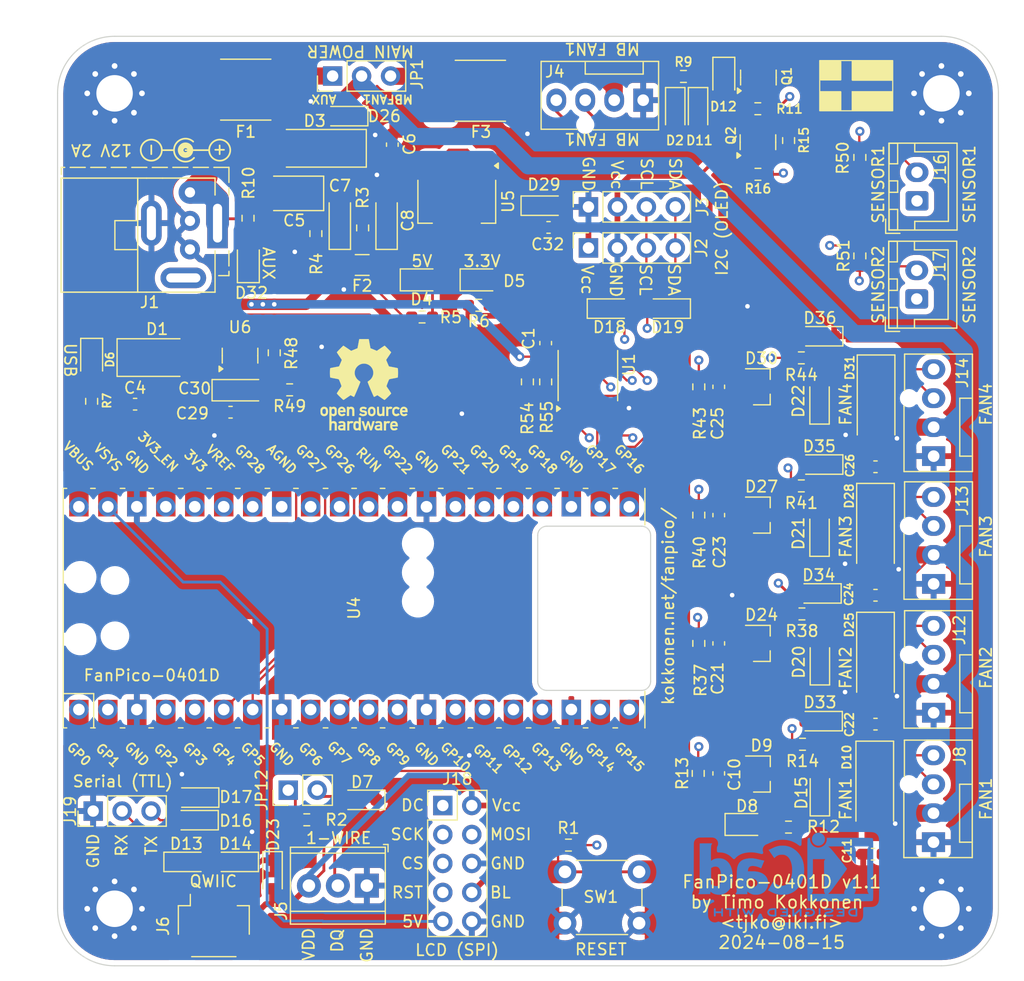
<source format=kicad_pcb>
(kicad_pcb (version 20240108) (generator "pcbnew") (generator_version "8.0")
  (layers (0 "F.Cu" signal) (1 "In1.Cu" signal) (2 "In2.Cu" signal) (31 "B.Cu" signal) (34 "B.Paste" user) (35 "F.Paste" user) (36 "B.SilkS" user "B.Silkscreen") (37 "F.SilkS" user "F.Silkscreen") (38 "B.Mask" user) (39 "F.Mask" user) (44 "Edge.Cuts" user))
  (net 0 "")
  (net 1 "+5V")
  (net 2 "GND")
  (net 3 "3V3")
  (net 4 "MBFAN1_PWM_READ")
  (net 5 "FAN1_TACHO_READ")
  (net 6 "/Power Rails/5V_REG_IN")
  (net 7 "Net-(U5-ADJ)")
  (net 8 "/Power Rails/5V_REG_OUT")
  (net 9 "Net-(D32-A)")
  (net 10 "/Fan Channels/Fan1/TACHO_IN")
  (net 11 "MAIN_PWR")
  (net 12 "Net-(D4-A)")
  (net 13 "/Fan Channels/Fan2/TACHO_IN")
  (net 14 "Net-(D5-A)")
  (net 15 "/Fan Channels/Fan4/TACHO_IN")
  (net 16 "Net-(D6-A)")
  (net 17 "/Fan Channels/Fan3/TACHO_IN")
  (net 18 "DQ")
  (net 19 "SDA")
  (net 20 "SCL")
  (net 21 "TX")
  (net 22 "RX")
  (net 23 "FAN1_PWR")
  (net 24 "/Fan Channels/Fan1/TACHO_OUT")
  (net 25 "/Fan Channels/FAN1_PWR_IN")
  (net 27 "MOSI")
  (net 28 "MISO")
  (net 29 "SCK")
  (net 30 "CS")
  (net 31 "LCD_RESET")
  (net 34 "/Fan Channels/Fan1/PWM_OUT")
  (net 35 "/Fan Channels/Fan2/PWM_OUT")
  (net 37 "AUX12V")
  (net 38 "Net-(D8-A)")
  (net 39 "RESET")
  (net 40 "Net-(R1-Pad2)")
  (net 42 "FAN1_PWM_GEN")
  (net 43 "/PWM2A")
  (net 44 "/PWM2B")
  (net 45 "FAN2_PWM_GEN")
  (net 46 "FAN3_PWM_GEN")
  (net 47 "/PWM3A")
  (net 48 "FAN4_PWM_GEN")
  (net 49 "/PWM3B")
  (net 56 "/PWM6B")
  (net 57 "MBFAN1_TACHO_GEN")
  (net 58 "Net-(D12-A)")
  (net 59 "FAN2_TACHO_READ")
  (net 60 "FAN3_TACHO_READ")
  (net 61 "FAN4_TACHO_READ")
  (net 62 "/Fan Channels/Fan3/PWM_OUT")
  (net 63 "ADC_REF")
  (net 64 "/Fan Channels/Fan4/PWM_OUT")
  (net 65 "VBUS")
  (net 66 "/Sensors & Connectors/AUX12_IN")
  (net 67 "AGND")
  (net 68 "TEMP1_READ")
  (net 69 "TEMP2_READ")
  (net 70 "Net-(Q1-G)")
  (net 71 "VSYS")
  (net 73 "Net-(U1-~{1OE})")
  (net 74 "Net-(JP12-A)")
  (footprint "Fuse:Fuse_1206_3216Metric_Pad1.42x1.75mm_HandSolder" (layer "F.Cu") (at 64.2093 74.05245 180)
    (property "Reference" "F2")
    (property "Value" "Polyfuse 0.5A")
  )
  (footprint "TerminalBlock_TE-Connectivity:TerminalBlock_TE_282834-3_1x03_P2.54mm_Horizontal" (layer "F.Cu") (at 64.6176 128.4732 180)
    (property "Reference" "J5")
    (property "Value" "1-Wire")
  )
  (footprint "Diode_SMD:D_SOD-323_HandSoldering" (layer "F.Cu") (at 64.2 120.95 180)
    (property "Reference" "D7")
    (property "Value" "3.3V TVS")
  )
  (footprint "Connector_JST:JST_SH_SM04B-SRSS-TB_1x04-1MP_P1.00mm_Horizontal" (layer "F.Cu") (at 51.2 132.015)
    (property "Reference" "J6")
    (property "Value" "QWIIC")
  )
  (footprint "Connector_JST:JST_XH_B2B-XH-A_1x02_P2.50mm_Vertical" (layer "F.Cu") (at 112.8606 68.4276 90)
    (property "Reference" "J16")
    (property "Value" "Sensor1")
  )
  (footprint "Resistor_SMD:R_0603_1608Metric_Pad0.98x0.95mm_HandSolder" (layer "F.Cu") (at 93.726 107.2325 -90)
    (property "Reference" "R37")
    (property "Value" "10k")
  )
  (footprint "Diode_SMD:D_SOD-323_HandSoldering" (layer "F.Cu") (at 104.3135 85.9905 90)
    (property "Reference" "D22")
    (property "Value" "12V TVS")
  )
  (footprint "Resistor_SMD:R_0603_1608Metric_Pad0.98x0.95mm_HandSolder" (layer "F.Cu") (at 98.9125 66.1)
    (property "Reference" "R16")
    (property "Value" "49.9k")
  )
  (footprint "Resistor_SMD:R_0603_1608Metric_Pad0.98x0.95mm_HandSolder" (layer "F.Cu") (at 98.9 60.35)
    (property "Reference" "R11")
    (property "Value" "1k")
  )
  (footprint "Connector:FanPinHeader_1x04_P2.54mm_Vertical" (layer "F.Cu") (at 114.3189 113.3124 90)
    (property "Reference" "J12")
    (property "Value" "Fan2 Output")
  )
  (footprint "Fuse:Fuse_2920_7451Metric_Pad2.10x5.45mm_HandSolder" (layer "F.Cu") (at 54.0004 58.674)
    (property "Reference" "F1")
    (property "Value" "Polyfuse 2A")
  )
  (footprint "Resistor_SMD:R_0603_1608Metric_Pad0.98x0.95mm_HandSolder" (layer "F.Cu") (at 64.25 70.8 90)
    (property "Reference" "R3")
    (property "Value" "330")
  )
  (footprint "Capacitor_SMD:C_0603_1608Metric_Pad1.08x0.95mm_HandSolder" (layer "F.Cu") (at 109.2189 91.7448 180)
    (property "Reference" "C26")
    (property "Value" "0.1uF")
  )
  (footprint "LED_SMD:LED_0805_2012Metric_Pad1.15x1.40mm_HandSolder" (layer "F.Cu") (at 69.4117 75.3592)
    (property "Reference" "D4")
    (property "Value" "LED 0805 (green)")
  )
  (footprint "Resistor_SMD:R_0603_1608Metric_Pad0.98x0.95mm_HandSolder" (layer "F.Cu") (at 102.7176 82.1944)
    (property "Reference" "R44")
    (property "Value" "680")
  )
  (footprint "Diode_SMD:D_SMA_Handsoldering" (layer "F.Cu") (at 109.2189 97.7124 -90)
    (property "Reference" "D28")
    (property "Value" "ES1D 1A 200V")
  )
  (footprint "FanPico:D_SOT-23_ANK" (layer "F.Cu") (at 99.226 95.9825)
    (property "Reference" "D27")
    (property "Value" "BAT54(C)")
  )
  (footprint "Connector:FanPinHeader_1x04_P2.54mm_Vertical" (layer "F.Cu") (at 114.3189 102.0124 90)
    (property "Reference" "J13")
    (property "Value" "Fan3 Output")
  )
  (footprint "Connector_PinHeader_2.54mm:PinHeader_1x03_P2.54mm_Vertical" (layer "F.Cu") (at 61.6172 57.4812 90)
    (property "Reference" "JP1")
    (property "Value" "Power Selector")
  )
  (footprint "Resistor_SMD:R_0603_1608Metric_Pad0.98x0.95mm_HandSolder" (layer "F.Cu") (at 54.2 69.95 -90)
    (property "Reference" "R10")
    (property "Value" "49.9k")
  )
  (footprint "Resistor_SMD:R_0603_1608Metric_Pad0.98x0.95mm_HandSolder" (layer "F.Cu") (at 59.35 122.7 180)
    (property "Reference" "R2")
    (property "Value" "4.7k")
  )
  (footprint "FanPico:D_SOT-23_ANK" (layer "F.Cu") (at 99.226 107.2325)
    (property "Reference" "D24")
    (property "Value" "BAT54(C)")
  )
  (footprint "Connector_JST:JST_XH_B2B-XH-A_1x02_P2.50mm_Vertical" (layer "F.Cu") (at 112.8356 77.0276 90)
    (property "Reference" "J17")
    (property "Value" "Sensor2")
  )
  (footprint "Package_TO_SOT_SMD:SOT-223-3_TabPin2" (layer "F.Cu") (at 72.5056 68.4788 -90)
    (property "Reference" "U5")
    (property "Value" "SPX1117-ADJ")
  )
  (footprint "Capacitor_SMD:C_0603_1608Metric_Pad1.08x0.95mm_HandSolder" (layer "F.Cu") (at 44.2976 86.2584)
    (property "Reference" "C4")
    (property "Value" "0.1uF")
  )
  (footprint "Diode_SMD:D_SOD-323_HandSoldering" (layer "F.Cu") (at 93.66 60.5025 -90)
    (property "Reference" "D11")
    (property "Value" "5V TVS")
  )
  (footprint "Fuse:Fuse_2920_7451Metric_Pad2.10x5.45mm_HandSolder" (layer "F.Cu") (at 74.5744 58.7756)
    (property "Reference" "F3")
    (property "Value" "Polyfuse 1.5A")
  )
  (footprint "Resistor_SMD:R_0603_1608Metric_Pad0.98x0.95mm_HandSolder" (layer "F.Cu") (at 74.4347 77.5832)
    (property "Reference" "R6")
    (property "Value" "4.99k")
  )
  (footprint "Symbol:Symbol_Barrel_Polarity" (layer "F.Cu") (at 48.7172 63.9064)
    (property "Reference" "REF**" (hide yes))
    (property "Value" "Symbol_Barrel_Polarity")
  )
  (footprint "Capacitor_SMD:C_0603_1608Metric_Pad1.08x0.95mm_HandSolder" (layer "F.Cu") (at 80.3 80.9 90)
    (property "Reference" "C1")
    (property "Value" "0.1uF")
  )
  (footprint "Diode_SMD:D_SOD-323_HandSoldering" (layer "F.Cu") (at 80.15 68.85)
    (property "Reference" "D29")
    (property "Value" "3.3V TVS")
  )
  (footprint "Diode_SMD:D_SOD-323_HandSoldering" (layer "F.Cu") (at 91.66 60.5025 -90)
    (property "Reference" "D2")
    (property "Value" "12V TVS")
  )
  (footprint "FanPico:SW_PUSH_6mm_SMD_2" (layer "F.Cu") (at 81.99 127.2612)
    (property "Reference" "SW1")
    (property "Value" "SW_Push")
  )
  (footprint "Capacitor_SMD:C_0603_1608Metric_Pad1.08x0.95mm_HandSolder" (layer "F.Cu") (at 109.2189 103.0124 180)
    (property "Reference" "C24")
    (property "Value" "0.1uF")
  )
  (footprint "Symbol:OSHW-Logo_7.5x8mm_SilkScreen" (layer "F.Cu") (at 64.36 84.55)
    (property "Reference" "REF**" (hide yes))
    (property "Value" "OSHW-Logo_7.5x8mm_SilkScreen" (hide yes))
  )
  (footprint "Diode_SMD:D_SMA_Handsoldering" (layer "F.Cu") (at 109.1544 120.3144 -90)
    (property "Reference" "D10")
    (property "Value" "ES1D 1A 200V")
  )
  (footprint "LED_SMD:LED_0805_2012Metric_Pad1.15x1.40mm_HandSolder" (layer "F.Cu") (at 40.4876 82.3468 -90)
    (property "Reference" "D6")
    (property "Value" "LED 0805 (green)")
  )
  (footprint "Capacitor_Tantalum_SMD:CP_EIA-3216-18_Kemet-A_Pad1.58x1.35mm_HandSolder" (layer "F.Cu") (at 62.25 70.2 90)
    (property "Reference" "C7")
    (property "Value" "10uF 16V")
  )
  (footprint "Diode_SMD:D_SOD-323_HandSoldering" (layer "F.Cu") (at 104.3432 108.8644 90)
    (property "Reference" "D20")
    (property "Value" "12V TVS")
  )
  (footprint "Connector:FanPinHeader_1x04_P2.54mm_Vertical" (layer "F.Cu") (at 114.3189 90.8124 90)
    (property "Reference" "J14")
    (property "Value" "Fan4 Output")
  )
  (footprint "Diode_SMD:D_SOD-323_HandSoldering" (layer "F.Cu") (at 104.35 91.55 180)
    (property "Reference" "D35")
    (property "Value" "5V TVS")
  )
  (footprint "Diode_SMD:D_SOD-323_HandSoldering" (layer "F.Cu") (at 85.9536 77.8764)
    (property "Reference" "D18")
    (property "Value" "3.3V TVS")
  )
  (footprint "Resistor_SMD:R_0603_1608Metric_Pad0.98x0.95mm_HandSolder" (layer "F.Cu") (at 107.8484 64.6176 -90)
    (property "Reference" "R50")
    (property "Value" "10k")
  )
  (footprint "LED_SMD:LED_0805_2012Metric_Pad1.15x1.40mm_HandSolder" (layer "F.Cu") (at 74.6597 75.3582)
    (property "Reference" "D5")
    (property "Value" "LED 0805 (green)")
  )
  (footprint "Diode_SMD:D_SMA" (layer "F.Cu") (at 46.228 82.169)
    (property "Reference" "D1")
    (property "Value" "SM5819PL 1A 40V")
  )
  (footprint "Connector:FanPinHeader_1x04_P2.54mm_Vertical" (layer "F.Cu") (at 88.8492 59.6 180)
    (property "Reference" "J4")
    (property "Value" "MB Fan1 Input")
  )
  (footprint "LED_SMD:LED_0805_2012Metric_Pad1.15x1.40mm_HandSolder" (layer "F.Cu") (at 54.229 73.7362 90)
    (property "Reference" "D32")
    (property "Value" "LED 0805 (green)")
  )
  (footprint "FanPico:RPi_Pico_PicoW_SMD_TH" (layer "F.Cu") (at 63.5 104.14 90)
    (property "Reference" "U4")
    (property "Value" "Pico")
  )
  (footprint "Resistor_SMD:R_0603_1608Metric_Pad0.98x0.95mm_HandSolder" (layer "F.Cu") (at 80.3 84.3 -90)
    (property "Reference" "R55")
    (property "Value" "0")
  )
  (footprint "Capacitor_SMD:C_0603_1608Metric_Pad1.08x0.95mm_HandSolder" (layer "F.Cu") (at 109.2189 114.3124 180)
    (property "Reference" "C22")
    (property "Value" "0.1uF")
  )
  (footprint "Resistor_SMD:R_0603_1608Metric_Pad0.98x0.95mm_HandSolder" (layer "F.Cu") (at 92.38 57.52)
    (property "Reference" "R9")
    (property "Value" "49.9k")
  )
  (footprint "Diode_SMD:D_SOD-323_HandSoldering" (layer "F.Cu") (at 48.8328 126.3904)
    (property "Reference" "D13")
    (property "Value" "3.3V TVS")
  )
  (footprint "Diode_SMD:D_SMA_Handsoldering" (layer "F.Cu") (at 109.2708 86.4508 -90)
    (property "Reference" "D31")
    (property "Value" "ES1D 1A 200V")
  )
  (footprint "Package_SO:TSSOP-14_4.4x5mm_P0.65mm" (layer "F.Cu") (at 84 83.75 90)
    (property "Reference" "U1")
    (property "Value" "SN74AHCT126")
  )
  (footprint "Package_TO_SOT_SMD:SOT-23" (layer "F.Cu") (at 98.9113 63.2851 90)
    (property "Reference" "Q2")
    (property "Value" "2N7002K")
  )
  (footprint "Package_TO_SOT_SMD:SOT-23" (layer "F.Cu") (at 53.5 82 90)
    (property "Reference" "U6")
    (property "Value" "LM4040DBZ-3")
  )
  (footprint "Connector_PinHeader_2.54mm:PinHeader_1x03_P2.54mm_Vertical" (layer "F.Cu") (at 40.62 121.9332 90)
    (property "Reference" "J19")
    (property "Value" "Serial Console (TTL)")
  )
  (footprint "FanPico:D_SOT-23_ANK" (layer "F.Cu") (at 99.226 84.7325)
    (property "Reference" "D30")
    (property "Value" "BAT54(C)")
  )
  (footprint "Resistor_SMD:R_0603_1608Metric_Pad0.98x0.95mm_HandSolder" (layer "F.Cu") (at 102.7176 93.4212)
    (property "Reference" "R41")
    (property "Value" "680")
  )
  (footprint "Capacitor_Tantalum_SMD:CP_EIA-3216-18_Kemet-A_Pad1.58x1.35mm_HandSolder" (layer "F.Cu") (at 53.5318 85.0307)
    (property "Reference" "C30")
    (property "Value" "10uF 16V")
  )
  (footprint "Resistor_SMD:R_0603_1608Metric_Pad0.98x0.95mm_HandSolder" (layer "F.Cu") (at 102.7684 104.648)
    (property "Reference" "R38")
    (property "Value" "680")
  )
  (footprint "Capacitor_SMD:C_0603_1608Metric_Pad1.08x0.95mm_HandSolder" (layer "F.Cu") (at 95.476 84.7325 -90)
    (property "Reference" "C25")
    (property "Value" "1nF")
  )
  (footprint "Diode_SMD:D_SOD-323_HandSoldering" (layer "F.Cu") (at 56.35 127.5 -90)
    (property "Reference" "D23")
    (property "Value" "3.3V TVS")
  )
  (footprint "Capacitor_SMD:C_0603_1608Metric_Pad1.08x0.95mm_HandSolder" (layer "F.Cu") (at 95.4743 118.6325 -90)
    (property "Reference" "C10")
    (property "Value" "1nF")
  )
  (footprint "Resistor_SMD:R_0603_1608Metric_Pad0.98x0.95mm_HandSolder" (layer "F.Cu") (at 60.15 71.3 90)
    (property "Reference" "R4")
    (property "Value" "1k")
  )
  (footprint "Resistor_SMD:R_0603_1608Metric_Pad0.98x0.95mm_HandSolder" (layer "F.Cu") (at 69.4617 78.6092)
    (property "Reference" "R5")
    (property "Value" "10k")
  )
  (footprint "Diode_SMD:D_SOD-323_HandSoldering" (layer "F.Cu") (at 90.9828 77.8764 180)
    (property "Reference" "D19")
    (property "Value" "3.3V TVS")
  )
  (footprint "Resistor_SMD:R_0603_1608Metric_Pad0.98x0.95mm_HandSolder" (layer "F.Cu") (at 93.6743 118.6325 -90)
    (property "Reference" "R13")
    (property "Value" "10k")
  )
  (footprint "Connector_PinSocket_2.54mm:PinSocket_1x04_P2.54mm_Vertical" (layer "F.Cu") (at 84.05 68.9564 90)
    (property "Reference" "J3")
    (property "Value" "I2C (OLED)")
  )
  (footprint "Resistor_SMD:R_0603_1608Metric_Pad0.98x0.95mm_HandSolder" (layer "F.Cu") (at 56.5 81.75 -90)
    (property "Reference" "R48")
    (property "Value" "330")
  )
  (footprint "LED_SMD:LED_0805_2012Metric_Pad1.15x1.40mm_HandSolder" (layer "F.Cu") (at 95.92 57.7025 -90)
    (property "Reference" "D12")
    (property "Value" "LED 0805 (green)")
  )
  (footprint "Capacitor_Tantalum_SMD:CP_EIA-3528-12_Kemet-T_Pad1.50x2.35mm_HandSolder" (layer "F.Cu") (at 58.1968 67.7712 180)
    (property "Reference" "C5")
    (property "Value" "10uF 25V")
  )
  (footprint "MountingHole:MountingHole_3.2mm_M3_Pad_Via" (layer "F.Cu") (at 115 59)
    (property "Reference" "H2" (hide yes))
    (property "Value" "MountingHole_Pad")
  )
  (footprint "Resistor_SMD:R_0603_1608Metric_Pad0.98x0.95mm_HandSolder" (layer "F.Cu") (at 93.726 95.9825 -90)
    (property "Reference" "R40")
    (property "Value" "10k")
  )
  (footprint "Diode_SMD:D_SOD-323_HandSoldering" (layer "F.Cu") (at 49.5808 122.7328 180)
    (property "Reference" "D16")
    (property "Value" "3.3V TVS")
  )
  (footprint "Diode_SMD:D_SOD-323_HandSoldering" (layer "F.Cu") (at 104.35 80.3 180)
    (property "Reference" "D36")
    (property "Value" "5V TVS")
  )
  (footprint "Diode_SMD:D_SOD-323_HandSoldering" (layer "F.Cu") (at 104.2 102.85 180)
    (property "Reference" "D34")
    (property "Value" "5V TVS")
  )
  (footprint "Diode_SMD:D_SMA_Handsoldering" (layer "F.Cu") (at 60.0612 63.8196 180)
    (property "Reference" "D3")
    (property "Value" "ES1D 1A 200V")
  )
  (footprint "Package_TO_SOT_SMD:SOT-23" (layer "F.Cu") (at 98.95 57.6125 90)
    (property "Reference" "Q1")
    (property "Value" "2N7002K")
  )
  (footprint "Capacitor_SMD:C_0603_1608Metric_Pad1.08x0.95mm_HandSolder" (layer "F.Cu") (at 109.0044 125.7144 180)
    (property "Reference" "C11")
    (property "Value" "0.1uF")
  )
  (footprint "Diode_SMD:D_SOD-323_HandSoldering" (layer "F.Cu") (at 62.7 61 180)
    (property "Reference" "D26")
    (property "Value" "12V TVS")
  )
  (footprint "MountingHole:MountingHole_3.2mm_M3_Pad_Via" (layer "F.Cu") (at 42.5 59)
    (property "Reference" "H1" (hide yes))
    (property "Value" "MountingHole_Pad")
  )
  (footprint "LED_SMD:LED_0805_2012Metric_Pad1.15x1.40mm_HandSolder" (layer "F.Cu") (at 97.89 123.11)
    (property "Reference" "D8")
    (property "Value" "LED 0805 (green)")
  )
  (footprint "Capacitor_SMD:C_0603_1608Metric_Pad1.08x0.95mm_HandSolder" (layer "F.Cu") (at 66.8528 63.5 90)
    (property "Reference" "C6")
    (property "Value" "0.1uF")
  )
  (footprint "Diode_SMD:D_SOD-323_HandSoldering" (layer "F.Cu") (at 49.6316 120.7516 180)
    (property "Reference" "D17")
    (property "Value" "3.3V TVS")
  )
  (footprint "Resistor_SMD:R_0603_1608Metric_Pad0.98x0.95mm_HandSolder" (layer "F.Cu") (at 40.4876 86.0044 90)
    (property "Reference" "R7")
    (property "Value" "10k")
  )
  (footprint "Resistor_SMD:R_0603_1608Metric_Pad0.98x0.95mm_HandSolder" (layer "F.Cu") (at 101.59 123.34 180)
    (property "Reference" "R12")
    (property "Value" "49.9k")
  )
  (footprint "Capacitor_SMD:C_0603_1608Metric_Pad1.08x0.95mm_HandSolder" (layer "F.Cu") (at 52.6682 86.9611)
    (property "Reference" "C29")
    (property "Value" "0.1uF")
  )
  (footprint "MountingHole:MountingHole_3.2mm_M3_Pad_Via" (layer "F.Cu") (at 115 130.5)
    (property "Reference" "H4" (hide yes))
    (property "Value" "MountingHole_Pad")
  )
  (footprint "Diode_SMD:D_SOD-323_HandSoldering" (layer "F.Cu") (at 104.3 114.05 180)
    (property "Reference" "D33")
    (property "Value" "5V TVS")
  )
  (footprint "Resistor_SMD:R_0603_1608Metric_Pad0.98x0.95mm_HandSolder" (layer "F.Cu") (at 101.6 63.14 90)
    (property "Reference" "R15")
    (property "Value" "10k")
  )
  (footprint "Resistor_SMD:R_0603_1608Metric_Pad0.98x0.95mm_HandSolder" (layer "F.Cu") (at 107.8484 73.2536 90)
    (property "Reference" "R51")
    (property "Value" "10k")
  )
  (footprint "Diode_SMD:D_SMA_Handsoldering" (layer "F.Cu") (at 109.2189 109.0124 -90)
    (property "Reference" "D25")
    (property "Value" "ES1D 1A 200V")
  )
  (footprint "Capacitor_SMD:C_0603_1608Metric_Pad1.08x0.95mm_HandSolder" (layer "F.Cu") (at 95.476 95.9825 -90)
    (property "Reference" "C23")
    (property "Value" "1nF")
  )
  (footprint "Diode_SMD:D_SOD-323_HandSoldering" (layer "F.Cu") (at 53.1 126.3904 180)
    (property "Reference" "D14")
    (property "Value" "3.3V TVS")
  )
  (footprint "Resistor_SMD:R_0603_1608Metric_Pad0.98x0.95mm_HandSolder" (layer "F.Cu") (at 82.296 124.9172 180)
    (property "Reference" "R1")
    (property "Value" "1k")
  )
  (footprint "Diode_SMD:D_SOD-323_HandSoldering" (layer "F.Cu") (at 104.3135 97.5868 90)
    (property "Reference" "D21")
    (property "Value" "12V TVS")
  )
  (footprint "Connector_PinSocket_2.54mm:PinSocket_1x04_P2.54mm_Vertical" (layer "F.Cu") (at 84.05 72.5564 90)
    (property "Reference" "J2")
    (property "Value" "I2C (OLED ALT)")
  )
  (footprint "Resistor_SMD:R_0603_1608Metric_Pad0.98x0.95mm_HandSolder" (layer "F.Cu") (at 102.8192 116.078)
    (property "Reference" "R14")
    (property "Value" "680")
  )
  (footprint "Resistor_SMD:R_0603_1608Metric_Pad0.98x0.95mm_HandSolder" (layer "F.Cu") (at 93.726 84.7325 -90)
    (property "Reference" "R43")
    (property "Value" "10k")
  )
  (footprint "Resistor_SMD:R_0603_1608Metric_Pad0.98x0.95mm_HandSolder" (layer "F.Cu") (at 78.7 84.3 -90)
    (property "Reference" "R54")
    (property "Value" "DNF")
  )
  (footprint "Capacitor_SMD:C_0603_1608Metric_Pad1.08x0.95mm_HandSolder" (layer "F.Cu") (at 95.476 107.2325 -90)
    (property "Reference" "C21")
    (property "Value" "1nF")
  )
  (footprint "Connector_PinHeader_2.54mm:PinHeader_2x05_P2.54mm_Vertical" (layer "F.Cu") (at 71.2808 121.4478)
    (property "Reference" "J18")
    (property "Value" "LCD (SPI)")
  )
  (footprint "Capacitor_SMD:C_0603_1608Metric_Pad1.08x0.95mm_HandSolder" (layer "F.Cu") (at 80.55 70.7564 180)
    (property "Reference" "C32")
    (property "Value" "0.1uF")
  )
  (footprint "FanPico:D_SOT-23_ANK" (layer "F.Cu") (at 99.2335 118.6857)
    (property "Reference" "D9")
    (property "Value" "BAT54(C)")
  )
  (footprint "Diode_SMD:D_SOD-323_HandSoldering" (layer "F.Cu") (at 104.3432 120.3452 90)
    (property "Reference" "D15")
    (property "Value" "12V TVS")
  )
  (footprint "FanPico:TE 171826-4 Floppy 4-pin Combo" (layer "F.Cu") (at 44.5262 71.4125 -90)
    (property "Reference" "J1")
    (property "Value" "Floppy Power Connector" (hide yes))
  )
  (footprint "MountingHole:MountingHole_3.2mm_M3_Pad_Via" (layer "F.Cu") (at 42.5 130.5)
    (property "Reference" "H3" (hide yes))
    (property "Value" "MountingHole_Pad")
  )
  (footprint "Resistor_SMD:R_0603_1608Metric_Pad0.98x0.95mm_HandSolder" (layer "F.Cu") (at 57.8498 85)
    (property "Reference" "R49")
    (property "Value" "0")
  )
  (footprint "Connector_PinHeader_2.54mm:PinHeader_1x02_P2.54mm_Vertical" (layer "F.Cu") (at 57.725 120.1 90)
    (property "Reference" "JP12")
    (property "Value" "1-Wire PullUp Enable")
  )
  (footprint "Capacitor_Tantalum_SMD:CP_EIA-3216-18_Kemet-A_Pad1.58x1.35mm_HandSolder" (layer "F.Cu") (at 66.35 70.2 90)
    (property "Reference" "C8")
    (property "Value" "10uF 16V")
  )
  (footprint "Connector:FanPinHeader_1x04_P2.54mm_Vertical" (layer "F.Cu") (at 114.3044 124.6624 90)
    (property "Reference" "J8")
    (property "Value" "Fan1 Output")
  )
  (footprint "Symbol:KiCad-Logo2_6mm_Copper" (layer "B.Cu") (at 101.353487 126.812848 180)
    (property "Reference" "REF**" (hide yes))
    (property "Value" "KiCad-Logo2_6mm_Copper" (hide yes))
  )
  (gr_rect (start 104.4281 56.2272) (end 106.1531 57.8022) (stroke (width 0.15)) (fill solid) (layer "F.SilkS"))
  (gr_rect (start 107.2031 58.8772) (end 110.6781 60.4772) (stroke (width 0.15)) (fill solid) (layer "F.SilkS"))
  (gr_rect (start 104.3281 56.1272) (end 110.7281 60.5272) (stroke (width 0.1)) (fill none) (layer "F.SilkS"))
  (gr_rect (start 107.2031 56.2272) (end 110.6781 57.8272) (stroke (width 0.15)) (fill solid) (layer "F.SilkS"))
  (gr_rect (start 104.4281 58.8772) (end 106.1531 60.4772) (stroke (width 0.15)) (fill solid) (layer "F.SilkS"))
  (gr_line (start 115 135.5) (end 42.5 135.5) (stroke (width 0.1)) (layer "Edge.Cuts"))
  (gr_line (start 80.4 96.9536) (end 88.7 96.9536) (stroke (width 0.1)) (layer "Edge.Cuts"))
  (gr_line (start 37.5 130.5) (end 37.5 59) (stroke (width 0.1)) (layer "Edge.Cuts"))
  (gr_arc (start 80.4 111.3536) (mid 79.834315 111.119285) (end 79.6 110.5536) (stroke (width 0.1)) (layer "Edge.Cuts"))
  (gr_arc (start 37.5 59) (mid 38.964466 55.464466) (end 42.5 54) (stroke (width 0.1)) (layer "Edge.Cuts"))
  (gr_arc (start 88.7 96.9536) (mid 89.265685 97.187915) (end 89.5 97.7536) (stroke (width 0.1)) (layer "Edge.Cuts"))
  (gr_line (start 42.5 54) (end 115 54) (stroke (width 0.1)) (layer "Edge.Cuts"))
  (gr_arc (start 120 130.5) (mid 118.535534 134.035534) (end 115 135.5) (stroke (width 0.1)) (layer "Edge.Cuts"))
  (gr_line (start 89.5 97.7536) (end 89.5 110.5536) (stroke (width 0.1)) (layer "Edge.Cuts"))
  (gr_arc (start 42.5 135.5) (mid 38.964466 134.035534) (end 37.5 130.5) (stroke (width 0.1)) (layer "Edge.Cuts"))
  (gr_line (start 79.6 110.5536) (end 79.6 97.7536) (stroke (width 0.1)) (layer "Edge.Cuts"))
  (gr_line (start 88.7 111.3536) (end 80.4 111.3536) (stroke (width 0.1)) (layer "Edge.Cuts"))
  (gr_line (start 120 59) (end 120 130.5) (stroke (width 0.1)) (layer "Edge.Cuts"))
  (gr_arc (start 79.6 97.7536) (mid 79.834315 97.187915) (end 80.4 96.9536) (stroke (width 0.1)) (layer "Edge.Cuts"))
  (gr_arc (start 89.5 110.5536) (mid 89.265685 111.119285) (end 88.7 111.3536) (stroke (width 0.1)) (layer "Edge.Cuts"))
  (gr_arc (start 115 54) (mid 118.535534 55.464466) (end 120 59) (stroke (width 0.1)) (layer "Edge.Cuts"))
  (gr_text "3.3V" (at 74.7268 73.7108 0) (layer "F.SilkS") (effects (font (size 1 1))))
  (gr_text "GND" (at 84.05 66.0564 -90) (layer "F.SilkS") (effects (font (size 1 1))))
  (gr_text "QWIIC" (at 51.15 128.09 0) (layer "F.SilkS") (effects (font (size 1 1))))
  (gr_text "MOSI" (at 77.2308 123.9728 0) (layer "F.SilkS") (effects (font (size 1 1))))
  (gr_text "BL" (at 76.3308 129.0728 0) (layer "F.SilkS") (effects (font (size 1 1))))
  (gr_text "DC" (at 68.6308 121.4228 0) (layer "F.SilkS") (effects (font (size 1 1))))
  (gr_text "5V" (at 69.4436 73.7108 0) (layer "F.SilkS") (effects (font (size 1 1))))
  (gr_text "LCD (SPI)" (at 72.5308 134.1228 0) (layer "F.SilkS") (effects (font (size 1 1))))
  (gr_text "FanPico-0401D v1.1\nby Timo Kokkonen \n<tjko@iki.fi>\n2024-08-15\n" (at 101 130.8 0) (layer "F.SilkS") (effects (font (size 1.1 1.1))))
  (gr_text "I2C (OLED)" (at 95.75 70.8564 90) (layer "F.SilkS") (effects (font (size 1 1))))
  (gr_text "SCL" (at 89.15 66.0564 -90) (layer "F.SilkS") (effects (font (size 1 1))))
  (gr_text "GND" (at 76.9808 131.6228 0) (layer "F.SilkS") (effects (font (size 1 1))))
  (gr_text "TX" (at 45.72 124.95 90) (layer "F.SilkS") (effects (font (size 1 1))))
  (gr_text "FAN1" (at 106.6044 120.8624 90) (layer "F.SilkS") (effects (font (size 1 1))))
  (gr_text "kokkonen.net/fanpico/" (at 91.04 103.96 90) (layer "F.SilkS") (effects (font (size 1 1))))
  (gr_text "GND" (at 40.62 125.4332 90) (layer "F.SilkS") (effects (font (size 1 1))))
  (gr_text "DQ" (at 62.0176 133.3 90) (layer "F.SilkS") (effects (font (size 1 1))))
  (gr_text "Vcc" (at 83.95 75.3564 -90) (layer "F.SilkS") (effects (font (size 1 1))))
  (gr_text "RX" (at 43.12 124.95 90) (layer "F.SilkS") (effects (font (size 1 1))))
  (gr_text "SENSOR1" (at 117.4606 66.9776 90) (layer "F.SilkS") (effects (font (size 1 1))))
  (gr_text "AUX" (at 56 73.9 -90) (layer "F.SilkS") (effects (font (size 1 1))))
  (gr_text "GND" (at 76.9808 126.5228 0) (layer "F.SilkS") (effects (font (size 1 1))))
  (gr_text "FAN1" (at 118.9044 120.8624 90) (layer "F.SilkS") (effects (font (size 1 1))))
  (gr_text "SCL" (at 89.05 75.3564 -90) (layer "F.SilkS") (effects (font (size 1 1))))
  (gr_text "RST" (at 68.1808 129.0728 0) (layer "F.SilkS") (effects (font (size 1 1))))
  (gr_text "AUX" (at 60.8584 59.51 180) (layer "F.SilkS") (effects (font (size 0.75 0.75))))
  (gr_text "FAN3" (at 118.9044 97.8624 90) (layer "F.SilkS") (effects (font (size 1 1))))
  (gr_text "GND" (at 64.6176 133.7056 90) (layer "F.SilkS") (effects (font (size 1 1))))
  (gr_text "GND" (at 86.45 75.3564 -90) (layer "F.SilkS") (effects (font (size 1 1))))
  (gr_text "SENSOR1" (at 109.4606 66.9776 90) (layer "F.SilkS") (effects (font (size 1 1))))
  (gr_text "SCK" (at 68.1808 123.9728 0) (layer "F.SilkS") (effects (font (size 1 1))))
  (gr_text "5V" (at 68.6308 131.6228 0) (layer "F.SilkS") (effects (font (size 1 1))))
  (gr_text "FAN2" (at 106.6044 109.3624 90) (layer "F.SilkS") (effects (font (size 1 1))))
  (gr_text "FAN4" (at 106.6044 86.2624 90) (layer "F.SilkS") (effects (font (size 1 1))))
  (gr_text "Vcc" (at 76.8808 121.4228 0) (layer "F.SilkS") (effects (font (size 1 1))))
  (gr_text "SDA" (at 91.55 75.3564 -90) (layer "F.SilkS") (effects (font (size 1 1))))
  (gr_text "12V 2A" (at 44.1198 63.3984 180) (layer "F.SilkS") (effects (font (size 1 1)) (justify left bottom)))
  (gr_text "1-WIRE" (at 62.15 124.3 0) (layer "F.SilkS") (effects (font (size 1 1))))
  (gr_text "RESET" (at 85.14 134.0612 0) (layer "F.SilkS") (effects (font (size 1 1))))
  (gr_text "MBFAN1" (at 66.4464 59.51 180) (layer "F.SilkS") (effects (font (size 0.75 0.75))))
  (gr_text "MB FAN1" (at 85.2492 55.1 180) (layer "F.SilkS") (effects (font (size 1 1))))
  (gr_text "SENSOR2" (at 117.4606 75.7776 90) (layer "F.SilkS") (effects (font (size 1 1))))
  (gr_text "Vcc" (at 86.55 66.1564 -90) (layer "F.SilkS") (effects (font (size 1 1))))
  (gr_text "CS" (at 68.6308 126.5228 0) (layer "F.SilkS") (effects (font (size 1 1))))
  (gr_text "FAN4" (at 118.9044 86.2624 90) (layer "F.SilkS") (effects (font (size 1 1))))
  (gr_text "FAN2" (at 118.9044 109.3624 90) (layer "F.SilkS") (effects (font (size 1 1))))
  (gr_text "+" (at 52.2224 64.6684 90) (layer "F.SilkS") (effects (font (size 1 1)) (justify left bottom)))
  (gr_text "FAN3" (at 106.6044 97.8624 90) (layer "F.SilkS") (effects (font (size 1 1))))
  (gr_text "SDA" (at 91.65 66.0564 -90) (layer "F.SilkS") (effects (font (size 1 1))))
  (gr_text "VDD" (at 59.5176 133.612 90) (layer "F.SilkS") (effects (font (size 1 1))))
  (gr_text "MB FAN1" (at 85.2492 63 180) (layer "F.SilkS") (effects (font (size 1 1))))
  (gr_text "SENSOR2" (at 109.4606 75.7776 90) (layer "F.SilkS") (effects (font (size 1 1))))
  (gr_text "FanPico-0401D" (at 45.7708 110.0328 0) (layer "F.SilkS") (effects (font (size 1 1))))
  (gr_text "MAIN POWER" (at 64.0556 55.308 180) (layer "F.SilkS") (effects (font (size 1 1))))
  (gr_text "Serial (TTL)" (at 43.22 119.3332 0) (layer "F.SilkS") (effects (font (size 1 1))))
  (gr_text "-" (at 46.228 64.6684 90) (layer "F.SilkS") (effects (font (size 1 1)) (justify left bottom)))
  (gr_text "USB" (at 38.608 82.4 270) (layer "F.SilkS") (effects (font (size 1 1))))
  (segment (start 51.9 77.5) (end 54.5 77.5) (width 1) (layer "F.Cu") (net 1))
  (segment (start 48.228 81.172) (end 51.9 77.5) (width 0.75) (layer "F.Cu") (net 1))
  (segment (start 80.3 83.3875) (end 80.3 81.7625) (width 0.25) (layer "F.Cu") (net 1))
  (segment (start 80.3 81.7625) (end 81.2375 81.7625) (width 0.2) (layer "F.Cu") (net 1))
  (segment (start 67.84905 78.6092) (end 68.5492 78.6092) (width 0.2) (layer "F.Cu") (net 1))
  (segment (start 67.84905 78.6092) (end 63.2923 74.05245) (width 0.2) (layer "F.Cu") (net 1))
  (segment (start 82.05 80.95) (end 82.05 80.8875) (width 0.2) (layer "F.Cu") (net 1))
  (segment (start 48.228 82.169) (end 48.228 81.172) (width 0.75) (layer "F.Cu") (net 1))
  (segment (start 54.5 77.5) (end 55.5 77.5) (width 1) (layer "F.Cu") (net 1))
  (segment (start 78.0288 82.0928) (end 79.9697 82.0928) (width 0.2) (layer "F.Cu") (net 1))
  (segment (start 81.2375 81.7625) (end 82.05 80.95) (width 0.2) (layer "F.Cu") (net 1))
  (segment (start 55.5 77.5) (end 56.5 77.5) (width 1) (layer "F.Cu") (net 1))
  (segment (start 59.27425 77.5) (end 62.7218 74.05245) (width 0.75) (layer "F.Cu") (net 1))
  (segment (start 78.0288 82.0928) (end 78.0288 82.1944) (width 0.2) (layer "F.Cu") (net 1))
  (segment (start 63.2923 74.05245) (end 62.7218 74.05245) (width 0.2) (layer "F.Cu") (net 1))
  (segment (start 79.9697 82.0928) (end 80.3 81.7625) (width 0.2) (layer "F.Cu") (net 1))
  (segment (start 80.0875 82.15) (end 80 82.0625) (width 0.25) (layer "F.Cu") (net 1))
  (segment (start 56.5 77.5) (end 59.27425 77.5) (width 1) (layer "F.Cu") (net 1))
  (via (at 55.5 77.5) (size 0.8) (drill 0.4) (layers "F.Cu" "B.Cu") (net 1))
  (via (at 54.5 77.5) (size 0.8) (drill 0.4) (layers "F.Cu" "B.Cu") (net 1))
  (via (at 56.5 77.5) (size 0.8) (drill 0.4) (layers "F.Cu" "B.Cu") (net 1))
  (via (at 78.0288 82.0928) (size 0.8) (drill 0.4) (layers "F.Cu" "B.Cu") (net 1))
  (segment (start 56.5 77.5) (end 54.5 77.5) (width 0.75) (layer "B.Cu") (net 1))
  (segment (start 73.436 77.5) (end 78.0288 82.0928) (width 0.75) (layer "B.Cu") (net 1))
  (segment (start 56.5 77.5) (end 73.436 77.5) (width 0.75) (layer "B.Cu") (net 1))
  (segment (start 87.2036 72.6196) (end 87.1404 72.5564) (width 0.2) (layer "F.Cu") (net 2))
  (via (at 96.65 103) (size 0.8) (drill 0.4) (layers "F.Cu" "B.Cu") (net 2))
  (via (at 106.55 111.5) (size 0.8) (drill 0.4) (layers "F.Cu" "B.Cu") (net 2))
  (via (at 48.4 118.7) (size 0.8) (drill 0.4) (layers "F.Cu" "B.Cu") (net 2))
  (via (at 65.5 66.15) (size 0.8) (drill 0.4) (layers "F.Cu" "B.Cu") (net 2))
  (via (at 111.0996 89.2556) (size 0.8) (drill 0.4) (layers "F.Cu" "B.Cu") (net 2))
  (via (at 72.95 87.09) (size 0.8) (drill 0.4) (layers "F.Cu" "B.Cu") (net 2))
  (via (at 78.7 62.55) (size 0.8) (drill 0.4) (layers "F.Cu" "B.Cu") (net 2))
  (via (at 106.6 88.95) (size 0.8) (drill 0.4) (layers "F.Cu" "B.Cu") (net 2))
  (via (at 62.6 76.2) (size 0.8) (drill 0.4) (layers "F.Cu" "B.Cu") (net 2))
  (via (at 97.9932 77.6732) (size 0.8) (drill 0.4) (layers "F.Cu" "B.Cu") (net 2))
  (via (at 60.6552 81.2292) (size 0.8) (drill 0.4) (layers "F.Cu" "B.Cu") (net 2))
  (via (at 73.6 117.05) (size 0.8) (drill 0.4) (layers "F.Cu" "B.Cu") (net 2))
  (via (at 87.6 86.6) (size 0.8) (drill 0.4) (layers "F.Cu" "B.Cu") (net 2))
  (via (at 110.9472 123.0376) (size 0.8) (drill 0.4) (layers "F.Cu" "B.Cu") (net 2))
  (via (at 65.35 62.65) (size 0.8) (drill 0.4) (layers "F.Cu" "B.Cu") (net 2))
  (via (at 58.3 72.9) (size 0.8) (drill 0.4) (layers "F.Cu" "B.Cu") (net 2))
  (via (at 111.0996 111.8616) (size 0.8) (drill 0.4) (layers "F.Cu" "B.Cu") (net 2))
  (via (at 59.7 59.7) (size 0.8) (drill 0.4) (layers "F.Cu" "B.Cu") (net 2))
  (via (at 106.55 100.25) (size 0.8) (drill 0.4) (layers "F.Cu" "B.Cu") (net 2))
  (via (at 54.55 123.75) (size 0.8) (drill 0.4) (layers "F.Cu" "B.Cu") (net 2))
  (via (at 111.252 100.7364) (size 0.8) (drill 0.4) (layers "F.Cu" "B.Cu") (net 2))
  (via (at 51.25 89) (size 0.8) (drill 0.4) (layers "F.Cu" "B.Cu") (net 2))
  (segment (start 73.8208 129.0678) (end 75.438 127.4506) (width 0.5) (layer "F.Cu") (net 3))
  (segment (start 98 66.1) (end 98 64.2613) (width 0.25) (layer "F.Cu") (net 3))
  (segment (start 56.5 78.55) (end 52.25 78.55) (width 0.5) (layer "F.Cu") (net 3))
  (segment (start 92.71 118.5807) (end 92.71 109.161) (width 0.5) (layer "F.Cu") (net 3))
  (segment (start 92.69 66.24) (end 93.76 66.24) (width 0.3) (layer "F.Cu") (net 3))
  (segment (start 86.59 67.31) (end 87.66 66.24) (width 0.5) (layer "F.Cu") (net 3))
  (segment (start 92.7696 84.6886) (end 92.7696 80.9156) (width 0.5) (layer "F.Cu") (net 3))
  (segment (start 54.44 131.4) (end 51.33 131.4) (width 0.5) (layer "F.Cu") (net 3))
  (segment (start 64.8 78.55) (end 56.5 78.55) (width 0.5) (layer "F.Cu") (net 3))
  (segment (start 49 84.3) (end 49 94.72) (width 0.5) (layer "F.Cu") (net 3))
  (segment (start 60.2625 122.7) (end 60.4 122.7) (width 0.25) (layer "F.Cu") (net 3))
  (segment (start 86.6096 70.7564) (end 83.95 70.7564) (width 0.5) (layer "F.Cu") (net 3))
  (segment (start 73.5222 77.5832) (end 74.4472 78.5082) (width 0.5) (layer "F.Cu") (net 3))
  (segment (start 57.912 130.0988) (end 56.3 130.0988) (width 0.5) (layer "F.Cu") (net 3))
  (segment (start 86.59 68.9564) (end 86.59 67.31) (width 0.5) (layer "F.Cu") (net 3))
  (segment (start 94.68 79.0052) (end 94.68 67.18) (width 0.5) (layer "F.Cu") (net 3))
  (segment (start 93.76 66.24) (end 95.78 64.22) (width 0.3) (layer "F.Cu") (net 3))
  (segment (start 92.71 97.911) (end 93.726 96.895) (width 0.5) (layer "F.Cu") (net 3))
  (segment (start 92.71 109.161) (end 93.726 108.145) (width 0.5) (layer "F.Cu") (net 3))
  (segment (start 81.4125 72.984254) (end 81.4125 70.7564) (width 0.5) (layer "F.Cu") (net 3))
  (segment (start 71.2192 81.3308) (end 67.5808 81.3308) (width 0.5) (layer "F.Cu") (net 3))
  (segment (start 81.4125 68.8625) (end 81.4 68.85) (width 0.5) (layer "F.Cu") (net 3))
  (segment (start 93.6743 119.545) (end 92.71 118.5807) (width 0.5) (layer "F.Cu") (net 3))
  (segment (start 59.5376 128.4732) (end 57.912 130.0988) (width 0.5) (layer "F.Cu") (net 3))
  (segment (start 92.71 86.661) (end 93.726 85.645) (width 0.5) (layer "F.Cu") (net 3))
  (segment (start 73.5222 77.5832) (end 73.5222 79.0278) (width 0.5) (layer "F.Cu") (net 3))
  (segment (start 92.71 107.129) (end 92.71 97.911) (width 0.5) (layer "F.Cu") (net 3))
  (segment (start 98 64.2613) (end 97.9613 64.2226) (width 0.25) (layer "F.Cu") (net 3))
  (segment (start 50.1 83.2) (end 49 84.3) (width 0.5) (layer "F.Cu") (net 3))
  (segment (start 56.3 128.8) (end 56.35 128.75) (width 0.5) (layer "F.Cu") (net 3))
  (segment (start 56.5 78.55) (end 56.5 80.8375) (width 0.5) (layer "F.Cu") (net 3))
  (segment (start 86.59 70.7368) (end 86.59 68.9564) (width 0.5) (layer "F.Cu") (net 3))
  (segment (start 55.7412 130.0988) (end 54.44 131.4) (width 0.5) (layer "F.Cu") (net 3))
  (segment (start 91.7715 121.4478) (end 93.6743 119.545) (width 0.5) (layer "F.Cu") (net 3))
  (segment (start 49 94.72) (end 49.53 95.25) (width 0.5) (layer "F.Cu") (net 3))
  (segment (start 51.33 131.4) (end 50.7 130.77) (width 0.5) (layer "F.Cu") (net 3))
  (segment (start 60.4 122.7) (end 60.85 123.15) (width 0.25) (layer "F.Cu") (net 3))
  (segment (start 93.726 85.645) (end 92.7696 84.6886) (width 0.5) (layer "F.Cu") (net 3))
  (segment (start 83.95 70.7564) (end 81.4125 70.7564) (width 0.5) (layer "F.Cu") (net 3))
  (segment (start 75.438 127.4506) (end 75.438 121.4478) (width 0.5) (layer "F.Cu") (net 3))
  (segment (start 95.78 64.22) (end 97.9587 64.22) (width 0.3) (layer "F.Cu") (net 3))
  (segment (start 87.66 66.24) (end 92.69 66.24) (width 0.5) (layer "F.Cu") (net 3))
  (segment (start 81.4125 70.7564) (end 81.4125 68.8625) (width 0.5) (layer "F.Cu") (net 3))
  (segment (start 93.74 66.24) (end 92.69 66.24) (width 0.5) (layer "F.Cu") (net 3))
  (segment (start 93.726 108.145) (end 92.71 107.129) (width 0.5) (layer "F.Cu") (net 3))
  (segment (start 74.4472 78.5082) (end 75.888554 78.5082) (width 0.5) (layer "F.Cu") (net 3))
  (segment (start 73.5222 79.0278) (end 71.2192 81.3308) (width 0.5) (layer "F.Cu") (net 3))
  (segment (start 73.8208 121.4478) (end 75.438 121.4478) (width 0.5) (layer "F.Cu") (net 3))
  (segment (start 50.7 130.77) (end 50.7 130.04) (width 0.5) (layer "F.Cu") (net 3))
  (segment (start 92.7696 80.9156) (end 94.68 79.0052) (width 0.5) (layer "F.Cu") (net 3))
  (segment (start 75.888554 78.5082) (end 81.4125 72.984254) (width 0.5) (layer "F.Cu") (net 3))
  (segment (start 60.85 127.1608) (end 59.5376 128.4732) (width 0.25) (layer "F.Cu") (net 3))
  (segment (start 52.25 78.55) (end 50.1 80.7) (width 0.5) (layer "F.Cu") (net 3))
  (segment (start 93.726 96.895) (end 92.71 95.879) (width 0.5) (layer "F.Cu") (net 3))
  (segment (start 94.68 67.18) (end 93.74 66.24) (width 0.5) (layer "F.Cu") (net 3))
  (segment (start 92.71 95.879) (end 92.71 86.661) (width 0.5) (layer "F.Cu") (net 3))
  (segment (start 60.85 123.15) (end 60.85 127.1608) (width 0.25) (layer "F.Cu") (net 3))
  (segment (start 97.9587 64.22) (end 97.9613 64.2226) (width 0.3) (layer "F.Cu") (net 3))
  (segment (start 67.5808 81.3308) (end 64.8 78.55) (width 0.5) (layer "F.Cu") (net 3))
  (segment (start 56.3 130.0988) (end 56.3 128.8) (width 0.5) (layer "F.Cu") (net 3))
  (segment (start 84.05 70.8564) (end 84.05 72.5564) (width 0.5) (layer "F.Cu") (net 3))
  (segment (start 75.438 121.4478) (end 91.7715 121.4478) (width 0.5) (layer "F.Cu") (net 3))
  (segment (start 50.1 80.7) (end 50.1 83.2) (width 0.5) (layer "F.Cu") (net 3))
  (segment (start 56.3 130.0988) (end 55.7412 130.0988) (width 0.5) (layer "F.Cu") (net 3))
  (segment (start 59.5376 127.5424) (end 68.27 118.81) (width 0.5) (layer "B.Cu") (net 3))
  (segment (start 72.53 118.81) (end 73.8208 120.1008) (width 0.5) (layer "B.Cu") (net 3))
  (segment (start 73.8208 120.1008) (end 73.8208 121.4478) (width 0.5) (layer "B.Cu") (net 3))
  (segment (start 68.27 118.81) (end 72.53 118.81) (width 0.5) (layer "B.Cu") (net 3))
  (segment (start 59.5376 128.4732) (end 59.5376 127.5424) (width 0.5) (layer "B.Cu") (net 3))
  (segment (start 93.66 61.7525) (end 94.0425 61.37) (width 0.25) (layer "F.Cu") (net 4))
  (segment (start 98.9113 62.3476) (end 101.4774 62.3476) (width 0.25) (layer "F.Cu") (net 4))
  (segment (start 101.4774 62.3476) (end 101.65 62.175) (width 0.25) (layer "F.Cu") (net 4))
  (segment (start 92.6625 62.75) (end 93.66 61.7525) (width 0.25) (layer "F.Cu") (net 4))
  (segment (start 81.2292 59.6) (end 81.2292 60.5692) (width 0.25) (layer "F.Cu") (net 4))
  (segment (start 84.157348 62.68) (end 85.453604 62.68) (width 0.25) (layer "F.Cu") (net 4))
  (segment (start 85.453604 62.68) (end 85.523604 62.75) (width 0.25) (layer "F.Cu") (net 4))
  (segment (start 83.345 62.685) (end 84.152348 62.685) (width 0.25) (layer "F.Cu") (net 4))
  (segment (start 97.9337 61.37) (end 98.9113 62.3476) (width 0.25) (layer "F.Cu") (net 4))
  (segment (start 94.0425 61.37) (end 97.9337 61.37) (width 0.25) (layer "F.Cu") (net 4))
  (segment (start 81.2292 60.5692) (end 83.345 62.685) (width 0.25) (layer "F.Cu") (net 4))
  (segment (start 85.523604 62.75) (end 92.6625 62.75) (width 0.25) (layer "F.Cu") (net 4))
  (segment (start 84.152348 62.685) (end 84.157348 62.68) (width 0.25) (layer "F.Cu") (net 4))
  (segment (start 93.6743 117.72) (end 93.6743 116.3329) (width 0.2) (layer "F.Cu") (net 5))
  (segment (start 98.1335 117.7357) (end 95.5086 117.7357) (width 0.2) (layer "F.Cu") (net 5))
  (segment (start 95.5086 117.7357) (end 95.4743 117.77) (width 0.2) (layer "F.Cu") (net 5))
  (segment (start 93.6743 116.3329) (end 93.726 116.2812) (width 0.2) (layer "F.Cu") (net 5))
  (segment (start 95.4743 117.77) (end 93.7243 117.77) (width 0.2) (layer "F.Cu") (net 5))
  (via (at 93.726 116.2812) (size 0.8) (drill 0.4) (layers "F.Cu" "B.Cu") (net 5))
  (segment (start 66.8528 64.3625) (end 63.1041 64.3625) (width 0.5) (layer "F.Cu") (net 6))
  (segment (start 59.8218 66.559) (end 62.5612 63.8196) (width 1.5) (layer "F.Cu") (net 6))
  (segment (start 63.1041 64.3625) (end 62.5612 63.8196) (width 0.5) (layer "F.Cu") (net 6))
  (segment (start 66.8528 64.3625) (end 67.5143 64.3625) (width 0.5) (layer "F.Cu") (net 6))
  (segment (start 67.5143 64.3625) (end 68.4806 65.3288) (width 0.5) (layer "F.Cu") (net 6))
  (segment (start 68.4806 65.3288) (end 70.2056 65.3288) (width 0.5) (layer "F.Cu") (net 6))
  (segment (start 59.8218 67.7712) (end 59.8218 66.559) (width 1.5) (layer "F.Cu") (net 6))
  (segment (start 62.25 71.6375) (end 60.725 71.6375) (width 0.25) (layer "F.Cu") (net 7))
  (segment (start 60.725 71.6375) (end 60.15 72.2125) (width 0.25) (layer "F.Cu") (net 7))
  (segment (start 71.35 64.414903) (end 71.35 69.25) (width 0.2) (layer "F.Cu") (net 7))
  (segment (start 71.814903 63.95) (end 71.35 64.414903) (width 0.2) (layer "F.Cu") (net 7))
  (segment (start 62.5 71.6375) (end 64.25 69.8875) (width 0.25) (layer "F.Cu") (net 7))
  (segment (start 71.35 69.25) (end 70.4 70.2) (width 0.2) (layer "F.Cu") (net 7))
  (segment (start 70.4 70.2) (end 64.5625 70.2) (width 0.2) (layer "F.Cu") (net 7))
  (segment (start 64.5625 70.2) (end 64.25 69.8875) (width 0.2) (layer "F.Cu") (net 7))
  (segment (start 62.25 71.6375) (end 62.5 71.6375) (width 0.25) (layer "F.Cu") (net 7))
  (segment (start 73.4268 63.95) (end 71.814903 63.95) (width 0.2) (layer "F.Cu") (net 7))
  (segment (start 74.8056 65.3288) (end 73.4268 63.95) (width 0.2) (layer "F.Cu") (net 7))
  (segment (start 72.5056 71.6288) (end 67.7087 71.6288) (width 0.5) (layer "F.Cu") (net 8))
  (segment (start 66.275 71.7125) (end 66.35 71.6375) (width 0.25) (layer "F.Cu") (net 8))
  (segment (start 66.35 72.7) (end 65.6968 73.3532) (width 0.5) (layer "F.Cu") (net 8))
  (segment (start 65.6968 73.3532) (end 65.6968 74.05245) (width 0.5) (layer "F.Cu") (net 8))
  (segment (start 66.35 71.6375) (end 66.35 72.7) (width 0.5) (layer "F.Cu") (net 8))
  (segment (start 64.25 71.7125) (end 66.275 71.7125) (width 0.25) (layer "F.Cu") (net 8))
  (segment (start 67.7087 71.6288) (end 67.7 71.6375) (width 0.5) (layer "F.Cu") (net 8))
  (segment (start 72.3392 64.922) (end 72.3392 66.04) (width 0.5) (layer "F.Cu") (net 8))
  (segment (start 67.7 71.6375) (end 66.35 71.6375) (width 0.5) (layer "F.Cu") (net 8))
  (segment (start 72.5056 65.3288) (end 72.5056 71.6288) (width 0.5) (layer "F.Cu") (net 8))
  (segment (start 54.229 72.7112) (end 54.229 70.8915) (width 0.25) (layer "F.Cu") (net 9))
  (segment (start 54.229 70.8915) (end 54.2 70.8625) (width 0.25) (layer "F.Cu") (net 9))
  (segment (start 104.3432 119.0952) (end 100.743 119.0952) (width 0.2) (layer "F.Cu") (net 10))
  (segment (start 114.3044 119.5824) (end 110.422 115.7) (width 0.2) (layer "F.Cu") (net 10))
  (segment (start 100.743 119.0952) (end 100.3335 118.6857) (width 0.2) (layer "F.Cu") (net 10))
  (segment (start 107.7384 115.7) (end 104.3432 119.0952) (width 0.2) (layer "F.Cu") (net 10))
  (segment (start 110.422 115.7) (end 107.7384 115.7) (width 0.2) (layer "F.Cu") (net 10))
  (segment (start 109.2189 107.484431) (end 109.2189 106.5124) (width 1.5) (layer "F.Cu") (net 11))
  (segment (start 109.1544 118.784431) (end 109.1544 117.8144) (width 1.5) (layer "F.Cu") (net 11))
  (segment (start 113.284 122.3264) (end 113.284 122.1224) (width 0.2) (layer "F.Cu") (net 11))
  (segment (start 110.7789 103.0124) (end 114.3189 99.4724) (width 0.2) (layer "F.Cu") (net 11))
  (segment (start 110.0814 91.7448) (end 110.1344 91.7448) (width 0.2) (layer "F.Cu") (net 11))
  (segment (start 109.8669 125.7144) (end 109.896 125.7144) (width 0.2) (layer "F.Cu") (net 11))
  (segment (start 64.1572 58.0676) (end 64.1572 57.4812) (width 1.5) (layer "F.Cu") (net 11))
  (segment (start 109.896 125.7144) (end 113.284 122.3264) (width 0.2) (layer "F.Cu") (net 11))
  (segment (start 114.3044 122.1224) (end 113.284 122.1224) (width 1.5) (layer "F.Cu") (net 11))
  (segment (start 107.99 116.92) (end 108.26 116.92) (width 0.25) (layer "F.Cu") (net 11))
  (segment (start 110.1344 91.7448) (end 113.6068 88.2724) (width 0.2) (layer "F.Cu") (net 11))
  (segment (start 112.506869 110.7724) (end 109.2189 107.484431) (width 1.5) (layer "F.Cu") (net 11))
  (segment (start 114.3189 88.2724) (end 112.506869 88.2724) (width 1.5) (layer "F.Cu") (net 11))
  (segment (start 112.492369 122.1224) (end 109.1544 118.784431) (width 1.5) (layer "F.Cu") (net 11))
  (segment (start 103.84 120.21) (end 104.7 120.21) (width 0.25) (layer "F.Cu") (net 11))
  (segment (start 109.2189 83.8124) (end 109.2189 82.9067) (width 1.5) (layer "F.Cu") (net 11))
  (segment (start 114.3189 110.7724) (end 112.506869 110.7724) (width 1.5) (layer "F.Cu") (net 11))
  (segment (start 113.8652 110.7724) (end 114.3189 110.7724) (width 0.2) (layer "F.Cu") (net 11))
  (segment (start 113.284 122.1224) (end 112.492369 122.1224) (width 1.5) (layer "F.Cu") (net 11))
  (segment (start 108.26 116.92) (end 109.1544 117.8144) (width 0.25) (layer "F.Cu") (net 11))
  (segment (start 109.2708 85.036331) (end 109.2708 83.9508) (width 1.5) (layer "F.Cu") (net 11))
  (segment (start 112.506869 99.4724) (end 109.2189 96.184431) (width 1.5) (layer "F.Cu") (net 11))
  (segment (start 112.506869 88.2724) (end 109.2708 85.036331) (width 1.5) (layer "F.Cu") (net 11))
  (segment (start 110.0814 114.3124) (end 110.3252 114.3124) (width 0.2) (layer "F.Cu") (net 11))
  (segment (start 110.3252 114.3124) (end 113.8652 110.7724) (width 0.2) (layer "F.Cu") (net 11))
  (segment (start 114.3189 99.4724) (end 112.506869 99.4724) (width 1.5) (layer "F.Cu") (net 11))
  (segment (start 102.5025 121.5475) (end 103.84 120.21) (width 0.25) (layer "F.Cu") (net 11))
  (segment (start 58.4052 63.8196) (end 64.1572 58.0676) (width 1.5) (layer "F.Cu") (net 11))
  (segment (start 109.2189 96.184431) (end 109.2189 95.2124) (width 1.5) (layer "F.Cu") (net 11))
  (segment (start 110.0814 103.0124) (end 110.7789 103.0124) (width 0.2) (layer "F.Cu") (net 11))
  (segment (start 57.5612 63.8196) (end 58.4052 63.8196) (width 1.5) (layer "F.Cu") (net 11))
  (segment (start 102.5025 123.34) (end 102.5025 121.5475) (width 0.25) (layer "F.Cu") (net 11))
  (segment (start 104.7 120.21) (end 107.99 116.92) (width 0.25) (layer "F.Cu") (net 11))
  (segment (start 113.6068 88.2724) (end 114.3189 88.2724) (width 0.2) (layer "F.Cu") (net 11))
  (segment (start 115.6024 88.2724) (end 116.97 89.64) (width 1.5) (layer "B.Cu") (net 11))
  (segment (start 114.3189 99.4724) (end 115.5589 99.4724) (width 1.5) (layer "B.Cu") (net 11))
  (segment (start 115.5476 88.2724) (end 114.3189 88.2724) (width 1.5) (layer "B.Cu") (net 11))
  (segment (start 115.7624 110.7724) (end 116.99 112) (width 1.5) (layer "B.Cu") (net 11))
  (segment (start 115.5589 99.4724) (end 117.02 100.9335) (width 1.5) (layer "B.Cu") (net 11))
  (segment (start 92.6296 65.35) (end 107.3496 80.07) (width 1.5) (layer "B.Cu") (net 11))
  (segment (start 116.97 98.06) (end 115.5576 99.4724) (width 1.5) (layer "B.Cu") (net 11))
  (segment (start 115.45 80.07) (end 117.01 81.63) (width 1.5) (layer "B.Cu") (net 11))
  (segment (start 115.3976 122.1224) (end 114.3044 122.1224) (width 1.5) (layer "B.Cu") (net 11))
  (segment (start 115.5416 110.7724) (end 114.3189 110.7724) (width 1.5) (layer "B.Cu") (net 11))
  (segment (start 117.01 81.63) (end 117.01 86.81) (width 1.5) (layer "B.Cu") (net 11))
  (segment (start 114.3189 88.2724) (end 115.6024 88.2724) (width 1.5) (layer "B.Cu") (net 11))
  (segment (start 115.5576 99.4724) (end 114.3189 99.4724) (width 1.5) (layer "B.Cu") (net 11))
  (segment (start 114.3189 110.7724) (end 115.7624 110.7724) (width 1.5) (layer "B.Cu") (net 11))
  (segment (start 76.2 62.7888) (end 78.7612 65.35) (width 1.5) (layer "B.Cu") (net 11))
  (segment (start 107.3496 80.07) (end 115.45 80.07) (width 1.5) (layer "B.Cu") (net 11))
  (segment (start 116.97 89.64) (end 116.97 98.06) (width 1.5) (layer "B.Cu") (net 11))
  (segment (start 64.1572 57.4812) (end 64.1572 58.1672) (width 1.5) (layer "B.Cu") (net 11))
  (segment (start 78.7612 65.35) (end 92.6296 65.35) (width 1.5) (layer "B.Cu") (net 11))
  (segment (start 116.99 120.53) (end 115.3976 122.1224) (width 1.5) (layer "B.Cu") (net 11))
  (segment (start 117.02 109.294) (end 115.5416 110.7724) (width 1.5) (layer "B.Cu") (net 11))
  (segment (start 68.7788 62.7888) (end 76.2 62.7888) (width 1.5) (layer "B.Cu") (net 11))
  (segment (start 117.01 86.81) (end 115.5476 88.2724) (width 1.5) (layer "B.Cu") (net 11))
  (segment (start 116.99 112) (end 116.99 120.53) (width 1.5) (layer "B.Cu") (net 11))
  (segment (start 64.1572 58.1672) (end 68.7788 62.7888) (width 1.5) (layer "B.Cu") (net 11))
  (segment (start 117.02 100.9335) (end 117.02 109.294) (width 1.5) (layer "B.Cu") (net 11))
  (segment (start 70.3742 78.6092) (end 70.3742 75.4217) (width 0.25) (layer "F.Cu") (net 12))
  (segment (start 70.3742 75.4217) (end 70.4367 75.3592) (width 0.25) (layer "F.Cu") (net 12))
  (segment (start 110.4865 104.4) (end 107.5576 104.4) (width 0.2) (layer "F.Cu") (net 13))
  (segment (start 100.7079 107.6144) (end 100.326 107.2325) (width 0.2) (layer "F.Cu") (net 13))
  (segment (start 107.5576 104.4) (end 104.3432 107.6144) (width 0.2) (layer "F.Cu") (net 13))
  (segment (start 114.3189 108.2324) (end 110.4865 104.4) (width 0.2) (layer "F.Cu") (net 13))
  (segment (start 104.3432 107.6144) (end 100.7079 107.6144) (width 0.2) (layer "F.Cu") (net 13))
  (segment (start 75.6847 77.2457) (end 75.3472 77.5832) (width 0.25) (layer "F.Cu") (net 14))
  (segment (start 75.6847 75.3582) (end 75.6847 77.2457) (width 0.25) (layer "F.Cu") (net 14))
  (segment (start 114.3189 85.7324) (end 110.4432 81.8567) (width 0.2) (layer "F.Cu") (net 15))
  (segment (start 104.3135 84.7405) (end 104.0831 84.7405) (width 0.2) (layer "F.Cu") (net 15))
  (segment (start 110.4432 81.8567) (end 107.1973 81.8567) (width 0.2) (layer "F.Cu") (net 15))
  (segment (start 104.0751 84.7325) (end 100.326 84.7325) (width 0.2) (layer "F.Cu") (net 15))
  (segment (start 104.0831 84.7405) (end 104.0751 84.7325) (width 0.2) (layer "F.Cu") (net 15))
  (segment (start 107.1973 81.8567) (end 104.3135 84.7405) (width 0.2) (layer "F.Cu") (net 15))
  (segment (start 40.4876 85.0919) (end 40.4876 83.3718) (width 0.25) (layer "F.Cu") (net 16))
  (segment (start 104.3135 96.3368) (end 100.6803 96.3368) (width 0.2) (layer "F.Cu") (net 17))
  (segment (start 114.3189 96.9324) (end 110.4865 93.1) (width 0.2) (layer "F.Cu") (net 17))
  (segment (start 110.4865 93.1) (end 107.5503 93.1) (width 0.2) (layer "F.Cu") (net 17))
  (segment (start 100.6803 96.3368) (end 100.326 95.9825) (width 0.2) (layer "F.Cu") (net 17))
  (segment (start 107.5503 93.1) (end 104.3135 96.3368) (width 0.2) (layer "F.Cu") (net 17))
  (segment (start 60.815 120.65) (end 60.265 120.1) (width 0.25) (layer "F.Cu") (net 18))
  (segment (start 62.0776 128.4732) (end 61.8 128.1956) (width 0.25) (layer "F.Cu") (net 18))
  (segment (start 87.63 115.6716) (end 84.8868 118.4148) (width 0.2) (layer "F.Cu") (net 18))
  (segment (start 87.63 113.03) (end 87.63 115.6716) (width 0.2) (layer "F.Cu") (net 18))
  (segment (start 84.8868 118.4148) (end 64.5352 118.4148) (width 0.2) (layer "F.Cu") (net 18))
  (segment (start 62.65 120.65) (end 60.815 120.65) (width 0.25) (layer "F.Cu") (net 18))
  (segment (start 62.95 120) (end 62.95 120.95) (width 0.2) (layer "F.Cu") (net 18))
  (segment (start 61.8 128.1956) (end 61.8 122.1) (width 0.25) (layer "F.Cu") (net 18))
  (segment (start 62.95 120.95) (end 62.65 120.65) (width 0.25) (layer "F.Cu") (net 18))
  (segment (start 61.8 122.1) (end 62.95 120.95) (width 0.25) (layer "F.Cu") (net 18))
  (segment (start 64.5352 118.4148) (end 62.95 120) (width 0.2) (layer "F.Cu") (net 18))
  (segment (start 89.2048 78.4044) (end 89.7328 77.8764) (width 0.2) (layer "F.Cu") (net 19))
  (segment (start 89.7328 77.8764) (end 89.7328 77.6572) (width 0.2) (layer "F.Cu") (net 19))
  (segment (start 51.7 127.8) (end 51.7 130.04) (width 0.2) (layer "F.Cu") (net 19))
  (segment (start 51.9176 119.634) (end 51.9176 124.5556) (width 0.2) (layer "F.Cu") (net 19))
  (segment (start 51.9176 124.5556) (end 50.0828 126.3904) (width 0.2) (layer "F.Cu") (net 19))
  (segment (start 50.2904 126.3904) (end 51.7 127.8) (width 0.2) (layer "F.Cu") (net 19))
  (segment (start 89.2048 79.6036) (end 89.2048 78.4044) (width 0.2) (layer "F.Cu") (net 19))
  (segment (start 91.67 75.72) (end 91.67 72.5564) (width 0.2) (layer "F.Cu") (net 19))
  (segment (start 89.7328 77.6572) (end 91.67 75.72) (width 0.2) (layer "F.Cu") (net 19))
  (segment (start 91.67 72.5564) (end 91.67 68.9564) (width 0.2) (layer "F.Cu") (net 19))
  (segment (start 46.99 114.7064) (end 51.9176 119.634) (width 0.2) (layer "F.Cu") (net 19))
  (segment (start 50.0828 126.3904) (end 50.2904 126.3904) (width 0.2) (layer "F.Cu") (net 19))
  (segment (start 46.99 113.03) (end 46.99 114.7064) (width 0.2) (layer "F.Cu") (net 19))
  (via (at 89.2048 79.6036) (size 0.8) (drill 0.4) (layers "F.Cu" "B.Cu") (net 19))
  (segment (start 89.13 74.86) (end 89.13 72.5564) (width 0.2) (layer "F.Cu") (net 20))
  (segment (start 89.7328 72.6088) (end 89.6804 72.5564) (width 0.2) (layer "F.Cu") (net 20))
  (segment (start 87.2036 80.5488) (end 87.2236 80.5688) (width 0.2) (layer "F.Cu") (net 20))
  (segment (start 52.3176 119.351914) (end 52.3176 124.721286) (width 0.2) (layer "F.Cu") (net 20))
  (segment (start 87.2036 77.8764) (end 87.2036 76.7864) (width 0.2) (layer "F.Cu") (net 20))
  (segment (start 52.7 128) (end 52.7 130.04) (width 0.2) (layer "F.Cu") (net 20))
  (segment (start 49.53 116.564314) (end 52.3176 119.351914) (width 0.2) (layer "F.Cu") (net 20))
  (segment (start 49.53 113.03) (end 49.53 116.564314) (width 0.2) (layer "F.Cu") (net 20))
  (segment (start 89.13 72.5564) (end 89.13 68.9564) (width 0.2) (layer "F.Cu") (net 20))
  (segment (start 52.3176 124.721286) (end 51.85 125.188886) (width 0.2) (layer "F.Cu") (net 20))
  (segment (start 51.85 127.15) (end 52.7 128) (width 0.2) (layer "F.Cu") (net 20))
  (segment (start 87.2036 77.8764) (end 87.2036 80.5488) (width 0.2) (layer "F.Cu") (net 20))
  (segment (start 51.85 125.188886) (end 51.85 126.3904) (width 0.2) (layer "F.Cu") (net 20))
  (segment (start 51.85 126.3904) (end 51.85 127.15) (width 0.2) (layer "F.Cu") (net 20))
  (segment (start 87.2036 76.7864) (end 89.13 74.86) (width 0.2) (layer "F.Cu") (net 20))
  (via (at 87.2236 80.5688) (size 0.8) (drill 0.4) (layers "F.Cu" "B.Cu") (net 20))
  (segment (start 39.37 113.03) (end 39.37 114.59) (width 0.2) (layer "F.Cu") (net 21))
  (segment (start 48.3308 122.1432) (end 48.3308 122.7328) (width 0.2) (layer "F.Cu") (net 21))
  (segment (start 42.4688 116.2812) (end 48.3308 122.1432) (width 0.2) (layer "F.Cu") (net 21))
  (segment (start 48.3308 122.7328) (end 46.4996 122.7328) (width 0.2) (layer "F.Cu") (net 21))
  (segment (start 46.4996 122.7328) (end 45.7 121.9332) (width 0.2) (layer "F.Cu") (net 21))
  (segment (start 41.0612 116.2812) (end 42.4688 116.2812) (width 0.2) (layer "F.Cu") (net 21))
  (segment (start 39.37 114.59) (end 41.0612 116.2812) (width 0.2) (layer "F.Cu") (net 21))
  (segment (start 48.8824 123.5328) (end 44.7596 123.5328) (width 0.2) (layer "F.Cu") (net 22))
  (segment (start 41.91 113.03) (end 41.91 114.9604) (width 0.2) (layer "F.Cu") (net 22))
  (segment (start 49.1308 121.5008) (end 49.1308 123.2844) (width 0.2) (layer "F.Cu") (net 22))
  (segment (start 48.3816 120.7516) (end 49.1308 121.5008) (width 0.2) (layer "F.Cu") (net 22))
  (segment (start 41.91 114.9604) (end 47.7012 120.7516) (width 0.2) (layer "F.Cu") (net 22))
  (segment (start 47.7012 120.7516) (end 48.3816 120.7516) (width 0.2) (layer "F.Cu") (net 22))
  (segment (start 44.7596 123.5328) (end 43.16 121.9332) (width 0.2) (layer "F.Cu") (net 22))
  (segment (start 49.1308 123.2844) (end 48.8824 123.5328) (width 0.2) (layer "F.Cu") (net 22))
  (segment (start 69.8294 57.5056) (end 66.7216 57.5056) (width 1.5) (layer "F.Cu") (net 23))
  (segment (start 71.0994 58.7756) (end 69.8294 57.5056) (width 1.5) (layer "F.Cu") (net 23))
  (segment (start 66.7216 57.5056) (end 66.6972 57.4812) (width 1.5) (layer "F.Cu") (net 23))
  (segment (start 85.71 62.3) (end 90.205 62.3) (width 0.25) (layer "F.Cu") (net 24))
  (segment (start 83.7692 59.6) (end 83.7692 60.3592) (width 0.25) (layer "F.Cu") (net 24))
  (segment (start 90.205 62.3) (end 90.7525 61.7525) (width 0.25) (layer "F.Cu") (net 24))
  (segment (start 83.7692 60.3592) (end 85.71 62.3) (width 0.25) (layer "F.Cu") (net 24))
  (segment (start 98.275 56.675) (end 98.95 56.675) (width 0.25) (layer "F.Cu") (net 24))
  (segment (start 90.7525 61.7525) (end 91.66 61.7525) (width 0.25) (layer "F.Cu") (net 24))
  (segment (start 91.66 61.7525) (end 92.6325 60.78) (width 0.25) (layer "F.Cu") (net 24))
  (segment (start 97.18 59.59) (end 97.18 57.77) (width 0.25) (layer "F.Cu") (net 24))
  (segment (start 97.18 57.77) (end 98.275 56.675) (width 0.25) (layer "F.Cu") (net 24))
  (segment (start 92.6325 60.78) (end 95.99 60.78) (width 0.25) (layer "F.Cu") (net 24))
  (segment (start 95.99 60.78) (end 97.18 59.59) (width 0.25) (layer "F.Cu") (net 24))
  (segment (start 86.3092 58.4708) (end 84.9376 57.0992) (width 1.5) (layer "F.Cu") (net 25))
  (segment (start 86.3092 59.6) (end 86.3092 58.4708) (width 1.5) (layer "F.Cu") (net 25))
  (segment (start 86.3092 59.6) (end 86.3092 57.8808) (width 0.2) (layer "F.Cu") (net 25))
  (segment (start 79.7258 57.0992) (end 78.0494 58.7756) (width 1.5) (layer "F.Cu") (net 25))
  (segment (start 87.39 56.8) (end 90.7475 56.8) (width 0.2) (layer "F.Cu") (net 25))
  (segment (start 86.3092 57.8808) (end 87.39 56.8) (width 0.2) (layer "F.Cu") (net 25))
  (segment (start 90.7475 56.8) (end 91.4675 57.52) (width 0.2) (layer "F.Cu") (net 25))
  (segment (start 84.9376 57.0992) (end 79.7258 57.0992) (width 1.5) (layer "F.Cu") (net 25))
  (segment (start 103.05 114.05) (end 103.35 114.35) (width 0.2) (layer "F.Cu") (net 34))
  (segment (start 110.587686 115.3) (end 105.2 115.3) (width 0.2) (layer "F.Cu") (net 34))
  (segment (start 103.35 114.35) (end 103.35 115.6963) (width 0.2) (layer "F.Cu") (net 34))
  (segment (start 103.35 115.6963) (end 103.7317 116.078) (width 0.2) (layer "F.Cu") (net 34))
  (segment (start 114.3044 117.0424) (end 112.330086 117.0424) (width 0.2) (layer "F.Cu") (net 34))
  (segment (start 112.330086 117.0424) (end 110.587686 115.3) (width 0.2) (layer "F.Cu") (net 34))
  (segment (start 105.2 115.3) (end 103.95 114.05) (width 0.2) (layer "F.Cu") (net 34))
  (segment (start 103.95 114.05) (end 103.05 114.05) (width 0.2) (layer "F.Cu") (net 34))
  (segment (start 114.3189 105.6924) (end 112.344586 105.6924) (width 0.2) (layer "F.Cu") (net 35))
  (segment (start 102.95 103.35) (end 103.6809 104.0809) (width 0.2) (layer "F.Cu") (net 35))
  (segment (start 102.95 102.85) (end 102.95 103.35) (width 0.2) (layer "F.Cu") (net 35))
  (segment (start 110.652186 104) (end 104.95 104) (width 0.2) (layer "F.Cu") (net 35))
  (segment (start 112.344586 105.6924) (end 110.652186 104) (width 0.2) (layer "F.Cu") (net 35))
  (segment (start 104.95 104) (end 103.8 102.85) (width 0.2) (layer "F.Cu") (net 35))
  (segment (start 103.6809 104.0809) (end 103.6809 104.648) (width 0.2) (layer "F.Cu") (net 35))
  (segment (start 103.8 102.85) (end 102.95 102.85) (width 0.2) (layer "F.Cu") (net 35))
  (segment (start 61.6172 57.4812) (end 58.6682 57.4812) (width 1.5) (layer "F.Cu") (net 37))
  (segment (start 58.6682 57.4812) (end 57.4754 58.674) (width 1.5) (layer "F.Cu") (net 37))
  (segment (start 98.915 123.11) (end 100.4475 123.11) (width 0.25) (layer "F.Cu") (net 38))
  (segment (start 100.4475 123.11) (end 100.6775 123.34) (width 0.25) (layer "F.Cu") (net 38))
  (segment (start 83.2085 124.9172) (end 84.7852 124.9172) (width 0.2) (layer "F.Cu") (net 39))
  (via (at 84.7852 124.9172) (size 0.8) (drill 0.4) (layers "F.Cu" "B.Cu") (net 39))
  (segment (start 81.3835 127.1967) (end 81.448 127.2612) (width 0.2) (layer "F.Cu") (net 40))
  (segment (start 81.3835 124.9172) (end 81.3835 127.1967) (width 0.2) (layer "F.Cu") (net 40))
  (segment (start 82.448 127.2612) (end 88.948 127.2612) (width 0.25) (layer "F.Cu") (net 40))
  (segment (start 101.9067 116.078) (end 101.9067 114.7083) (width 0.2) (layer "F.Cu") (net 42))
  (segment (start 83.35 88.43) (end 83.35 86.6125) (width 0.2) (layer "F.Cu") (net 42))
  (segment (start 101.9067 114.7083) (end 101.9048 114.7064) (width 0.2) (layer "F.Cu") (net 42))
  (segment (start 84.1248 89.2048) (end 83.35 88.43) (width 0.2) (layer "F.Cu") (net 42))
  (via (at 101.9048 114.7064) (size 0.8) (drill 0.4) (layers "F.Cu" "B.Cu") (net 42))
  (via (at 84.1248 89.2048) (size 0.8) (drill 0.4) (layers "F.Cu" "B.Cu") (net 42))
  (segment (start 82.08 90.17) (end 82.75 89.5) (width 0.2) (layer "F.Cu") (net 43))
  (segment (start 60.67 90.17) (end 82.08 90.17) (width 0.2) (layer "F.Cu") (net 43))
  (segment (start 58.42 106.68) (end 58.42 92.42) (width 0.2) (layer "F.Cu") (net 43))
  (segment (start 82.75 89.5) (end 82.75 86.6625) (width 0.2) (layer "F.Cu") (net 43))
  (segment (start 82.75 86.6625) (end 82.7 86.6125) (width 0.2) (layer "F.Cu") (net 43))
  (segment (start 58.42 92.42) (end 60.67 90.17) (width 0.2) (layer "F.Cu") (net 43))
  (segment (start 52.07 113.03) (end 58.42 106.68) (width 0.2) (layer "F.Cu") (net 43))
  (segment (start 84.25 90.57) (end 84.8248 89.9952) (width 0.2) (layer "F.Cu") (net 44))
  (segment (start 84.65 87.4) (end 84.65 86.6125) (width 0.2) (layer "F.Cu") (net 44))
  (segment (start 60.96 92.3036) (end 60.96 96.1644) (width 0.2) (layer "F.Cu") (net 44))
  (segment (start 60.96 96.1644) (end 58.8772 98.2472) (width 0.2) (layer "F.Cu") (net 44))
  (segment (start 62.6936 90.57) (end 60.96 92.3036) (width 0.2) (layer "F.Cu") (net 44))
  (segment (start 84.25 90.57) (end 62.6936 90.57) (width 0.2) (layer "F.Cu") (net 44))
  (segment (start 84.8248 89.9952) (end 84.8248 87.5748) (width 0.2) (layer "F.Cu") (net 44))
  (segment (start 54.61 111.055686) (end 54.61 113.03) (width 0.2) (layer "F.Cu") (net 44))
  (segment (start 58.8772 106.788486) (end 54.61 111.055686) (width 0.2) (layer "F.Cu") (net 44))
  (segment (start 58.8772 98.2472) (end 58.8772 106.788486) (width 0.2) (layer "F.Cu") (net 44))
  (segment (start 84.8248 87.5748) (end 84.65 87.4) (width 0.2) (layer "F.Cu") (net 44))
  (segment (start 87.9348 89.2048) (end 87.73 89) (width 0.2) (layer "F.Cu") (net 45))
  (segment (start 85.6 89) (end 85.3 88.7) (width 0.2) (layer "F.Cu") (net 45))
  (segment (start 85.3 88.7) (end 85.3 86.6125) (width 0.2) (layer "F.Cu") (net 45))
  (segment (start 101.8559 103.1059) (end 100.7 101.95) (width 0.25) (layer "F.Cu") (net 45))
  (segment (start 87.73 89) (end 85.6 89) (width 0.2) (layer "F.Cu") (net 45))
  (segment (start 101.8559 104.648) (end 101.8559 103.1059) (width 0.25) (layer "F.Cu") (net 45))
  (via (at 100.7 101.95) (size 0.8) (drill 0.4) (layers "F.Cu" "B.Cu") (net 45))
  (via (at 87.9348 89.2048) (size 0.8) (drill 0.4) (layers "F.Cu" "B.Cu") (net 45))
  (segment (start 85.95 81.7) (end 85.95 80.8875) (width 0.2) (layer "F.Cu") (net 46))
  (segment (start 101.8051 93.4212) (end 101.8051 92.1023) (width 0.2) (layer "F.Cu") (net 46))
  (segment (start 88.2792 83.25) (end 87.5 83.25) (width 0.2) (layer "F.Cu") (net 46))
  (segment (start 89.2048 84.1756) (end 88.2792 83.25) (width 0.2) (layer "F.Cu") (net 46))
  (segment (start 87.5 83.25) (end 85.95 81.7) (width 0.2) (layer "F.Cu") (net 46))
  (segment (start 101.8051 92.1023) (end 101.5492 91.8464) (width 0.2) (layer "F.Cu") (net 46))
  (via (at 89.2048 84.1756) (size 0.8) (drill 0.4) (layers "F.Cu" "B.Cu") (net 46))
  (via (at 101.5492 91.8464) (size 0.8) (drill 0.4) (layers "F.Cu" "B.Cu") (net 46))
  (segment (start 87.4152 84.1756) (end 85.3 82.0604) (width 0.2) (layer "F.Cu") (net 47))
  (segment (start 85.3 82.0604) (end 85.3 80.8875) (width 0.2) (layer "F.Cu") (net 47))
  (segment (start 87.884 84.1756) (end 87.4152 84.1756) (width 0.2) (layer "F.Cu") (net 47))
  (via (at 87.884 84.1756) (size 0.8) (drill 0.4) (layers "F.Cu" "B.Cu") (net 47))
  (segment (start 84 82.7456) (end 84 80.8875) (width 0.2) (layer "F.Cu") (net 48))
  (segment (start 101.8051 82.1944) (end 100.0252 82.1944) (width 0.2) (layer "F.Cu") (net 48))
  (segment (start 86.0044 85.0392) (end 86.0044 85.0392) (width 0.2) (layer "F.Cu") (net 48))
  (segment (start 86.0044 84.75) (end 84 82.7456) (width 0.2) (layer "F.Cu") (net 48))
  (segment (start 86.0044 85.0392) (end 86.0044 84.9884) (width 0.2) (layer "F.Cu") (net 48))
  (via (at 86.0044 84.75) (size 0.8) (drill 0.4) (layers "F.Cu" "B.Cu") (net 48))
  (via (at 100.0252 82.1944) (size 0.8) (drill 0.4) (layers "F.Cu" "B.Cu") (net 48))
  (segment (start 63.5 111.76) (end 63.5 92.42) (width 0.2) (layer "F.Cu") (net 49))
  (segment (start 64.95 90.97) (end 84.63 90.97) (width 0.2) (layer "F.Cu") (net 49))
  (segment (start 85.6 90) (end 88.12955 90) (width 0.2) (layer "F.Cu") (net 49))
  (segment (start 88.12955 90) (end 89 89.12955) (width 0.2) (layer "F.Cu") (net 49))
  (segment (start 88.33 85.53) (end 85.26 85.53) (width 0.2) (layer "F.Cu") (net 49))
  (segment (start 84.63 90.97) (end 85.6 90) (width 0.2) (layer "F.Cu") (net 49))
  (segment (start 89 89.12955) (end 89 86.2) (width 0.2) (layer "F.Cu") (net 49))
  (segment (start 83.35 83.62) (end 83.35 80.8875) (width 0.2) (layer "F.Cu") (net 49))
  (segment (start 85.26 85.53) (end 83.35 83.62) (width 0.2) (layer "F.Cu") (net 49))
  (segment (start 89 86.2) (end 88.33 85.53) (width 0.2) (layer "F.Cu") (net 49))
  (segment (start 63.5 92.42) (end 64.95 90.97) (width 0.2) (layer "F.Cu") (net 49))
  (segment (start 62.23 113.03) (end 63.5 111.76) (width 0.2) (layer "F.Cu") (net 49))
  (segment (start 99.825 66.1) (end 99.825 64.2589) (width 0.25) (layer "F.Cu") (net 56))
  (segment (start 99.825 66.1) (end 101.032 66.1) (width 0.25) (layer "F.Cu") (net 56))
  (segment (start 101.1428 65.9892) (end 101.092 65.9892) (width 0.25) (layer "F.Cu") (net 56))
  (segment (start 99.825 64.2589) (end 99.8613 64.2226) (width 0.25) (layer "F.Cu") (net 56))
  (segment (start 101.032 66.1) (end 101.1428 65.9892) (width 0.25) (layer "F.Cu") (net 56))
  (via (at 101.1428 65.9892) (size 0.8) (drill 0.4) (layers "F.Cu" "B.Cu") (net 56))
  (segment (start 100.63 60.35) (end 101.7 59.28) (width 0.25) (layer "F.Cu") (net 57))
  (segment (start 99.8125 60.35) (end 100.63 60.35) (width 0.25) (layer "F.Cu") (net 57))
  (via (at 101.7 59.28) (size 0.8) (drill 0.4) (layers "F.Cu" "B.Cu") (net 57))
  (segment (start 94.36 57.52) (end 93.2925 57.52) (width 0.25) (layer "F.Cu") (net 58))
  (segment (start 95.5675 58.7275) (end 94.36 57.52) (width 0.25) (layer "F.Cu") (net 58))
  (segment (start 95.92 58.7275) (end 95.5675 58.7275) (width 0.25) (layer "F.Cu") (net 58))
  (segment (start 98.226 106.2825) (end 95.5635 106.2825) (width 0.2) (layer "F.Cu") (net 59))
  (segment (start 93.776 106.37) (end 93.726 106.32) (width 0.2) (layer "F.Cu") (net 59))
  (segment (start 93.726 106.32) (end 93.726 105.0544) (width 0.2) (layer "F.Cu") (net 59))
  (segment (start 95.476 106.37) (end 93.776 106.37) (width 0.2) (layer "F.Cu") (net 59))
  (segment (start 93.726 105.0544) (end 93.6244 104.9528) (width 0.2) (layer "F.Cu") (net 59))
  (via (at 93.6244 104.9528) (size 0.8) (drill 0.4) (layers "F.Cu" "B.Cu") (net 59))
  (segment (start 98.226 95.0325) (end 95.5635 95.0325) (width 0.2) (layer "F.Cu") (net 60))
  (segment (start 93.726 95.07) (end 93.726 93.726) (width 0.2) (layer "F.Cu") (net 60))
  (segment (start 95.476 95.12) (end 93.776 95.12) (width 0.2) (layer "F.Cu") (net 60))
  (via (at 93.726 93.726) (size 0.8) (drill 0.4) (layers "F.Cu" "B.Cu") (net 60))
  (segment (start 98.226 83.7825) (end 95.5635 83.7825) (width 0.2) (layer "F.Cu") (net 61))
  (segment (start 95.476 83.87) (end 93.776 83.87) (width 0.2) (layer "F.Cu") (net 61))
  (segment (start 93.726 83.82) (end 93.726 82.3976) (width 0.2) (layer "F.Cu") (net 61))
  (via (at 93.726 82.3976) (size 0.8) (drill 0.4) (layers "F.Cu" "B.Cu") (net 61))
  (segment (start 112.344586 94.3924) (end 110.652186 92.7) (width 0.2) (layer "F.Cu") (net 62))
  (segment (start 110.652186 92.7) (end 105.05 92.7) (width 0.2) (layer "F.Cu") (net 62))
  (segment (start 103.1 91.55) (end 103.4 91.85) (width 0.2) (layer "F.Cu") (net 62))
  (segment (start 114.3189 94.3924) (end 112.344586 94.3924) (width 0.2) (layer "F.Cu") (net 62))
  (segment (start 105.05 92.7) (end 103.9 91.55) (width 0.2) (layer "F.Cu") (net 62))
  (segment (start 103.4 91.85) (end 103.4 93.1911) (width 0.2) (layer "F.Cu") (net 62))
  (segment (start 103.4 93.1911) (end 103.6301 93.4212) (width 0.2) (layer "F.Cu") (net 62))
  (segment (start 103.9 91.55) (end 103.1 91.55) (width 0.2) (layer "F.Cu") (net 62))
  (segment (start 51.8057 86.9611) (end 52.75 87.9054) (width 0.2) (layer "F.Cu") (net 63))
  (segment (start 52.55 84.575) (end 52.55 82.9375) (width 0.2) (layer "F.Cu") (net 63))
  (segment (start 53.071948 82.9375) (end 54.109448 81.9) (width 0.2) (layer "F.Cu") (net 63))
  (segment (start 54.109448 81.9) (end 55.7375 81.9) (width 0.2) (layer "F.Cu") (net 63))
  (segment (start 52.0943 85.0307) (end 52.55 84.575) (width 0.2) (layer "F.Cu") (net 63))
  (segment (start 52.55 82.9375) (end 53.071948 82.9375) (width 0.2) (layer "F.Cu") (net 63))
  (segment (start 51.8057 86.9611) (end 51.8057 85.3193) (width 0.2) (layer "F.Cu") (net 63))
  (segment (start 107.8484 72.3411) (end 107.8484 65.5301) (width 0.2) (layer "F.Cu") (net 63))
  (segment (start 51.75 93.25) (end 51.75 94.93) (width 0.2) (layer "F.Cu") (net 63))
  (segment (start 52.75 92.25) (end 51.75 93.25) (width 0.2) (layer "F.Cu") (net 63))
  (segment (start 51.8057 85.3193) (end 52.0943 85.0307) (width 0.2) (layer "F.Cu") (net 63))
  (segment (start 107.2915 72.3411) (end 107.8484 72.3411) (width 0.2) (layer "F.Cu") (net 63))
  (segment (start 105.2068 72.3392) (end 107.2915 72.3411) (width 0.2) (layer "F.Cu") (net 63))
  (segment (start 51.75 94.93) (end 52.07 95.25) (width 0.2) (layer "F.Cu") (net 63))
  (segment (start 52.75 87.9054) (end 52.75 92.25) (width 0.2) (layer "F.Cu") (net 63))
  (segment (start 55.7375 81.9) (end 56.5 82.6625) (width 0.2) (layer "F.Cu") (net 63))
  (via (at 105.2068 72.3392) (size 0.8) (drill 0.4) (layers "F.Cu" "B.Cu") (net 63))
  (segment (start 103.75 80.3) (end 103.1 80.3) (width 0.2) (layer "F.Cu") (net 64))
  (segment (start 103.1 80.3) (end 103.4 80.6) (width 0.2) (layer "F.Cu") (net 64))
  (segment (start 114.3189 83.1924) (end 112.4924 83.1924) (width 0.2) (layer "F.Cu") (net 64))
  (segment (start 103.4 81.9643) (end 103.6301 82.1944) (width 0.2) (layer "F.Cu") (net 64))
  (segment (start 103.4 80.6) (end 103.4 81.9643) (width 0.2) (layer "F.Cu") (net 64))
  (segment (start 104.9067 81.4567) (end 103.75 80.3) (width 0.2) (layer "F.Cu") (net 64))
  (segment (start 112.4924 83.1924) (end 110.7567 81.4567) (width 0.2) (layer "F.Cu") (net 64))
  (segment (start 110.7567 81.4567) (end 104.9067 81.4567) (width 0.2) (layer "F.Cu") (net 64))
  (segment (start 39.37 95.25) (end 39.37 88.0618) (width 0.2) (layer "F.Cu") (net 65))
  (segment (start 39.37 88.0618) (end 39.878 87.5538) (width 0.2) (layer "F.Cu") (net 65))
  (segment (start 39.878 87.5538) (end 39.878 87.5265) (width 0.2) (layer "F.Cu") (net 65))
  (segment (start 39.878 87.5265) (end 40.4876 86.9169) (width 0.2) (layer "F.Cu") (net 65))
  (segment (start 50.015 66.825) (end 51.5262 68.3362) (width 2) (layer "F.Cu") (net 66))
  (segment (start 51.9087 70) (end 51.5262 70.3825) (width 0.25) (layer "F.Cu") (net 66))
  (segment (start 50.015 66.825) (end 49.9657 66.825) (width 1.75) (layer "F.Cu") (net 66))
  (segment (start 50.5254 58.674) (end 50.5254 66.3146) (width 2) (layer "F.Cu") (net 66))
  (segment (start 50.5254 66.3146) (end 49.1575 67.6825) (width 2) (layer "F.Cu") (net 66))
  (segment (start 51.5262 68.3362) (end 51.5262 70.3825) (width 2) (layer "F.Cu") (net 66))
  (segment (start 49.1575 67.6825) (end 49.1082 67.6825) (width 1.75) (layer "F.Cu") (net 66))
  (segment (start 53.2375 70) (end 51.9087 70) (width 0.25) (layer "F.Cu") (net 66))
  (segment (start 49.9657 66.825) (end 49.1082 67.6825) (width 1.75) (layer "F.Cu") (net 66))
  (segment (start 54.2 69.0375) (end 53.2375 70) (width 0.25) (layer "F.Cu") (net 66))
  (segment (start 49.1082 67.6825) (end 50.8125 67.6825) (width 2) (layer "B.Cu") (net 66))
  (segment (start 51.5262 68.3962) (end 50.8125 67.6825) (width 2) (layer "B.Cu") (net 66))
  (segment (start 51.5262 68.3962) (end 51.5262 70.3825) (width 2) (layer "B.Cu") (net 66))
  (segment (start 54.45 83.95) (end 54.45 82.9375) (width 0.2) (layer "F.Cu") (net 67))
  (segment (start 57.15 95.25) (end 57.15 93.69) (width 0.2) (layer "F.Cu") (net 67))
  (segment (start 54.3 92.3) (end 53.5307 91.5307) (width 0.2) (layer "F.Cu") (net 67))
  (segment (start 55.76 92.3) (end 54.3 92.3) (width 0.2) (layer "F.Cu") (net 67))
  (segment (start 53.5307 85.7193) (end 53.5307 86.9611) (width 0.2) (layer "F.Cu") (net 67))
  (segment (start 54.9693 84.4693) (end 54.45 83.95) (width 0.2) (layer "F.Cu") (net 67))
  (segment (start 54.9693 85.0307) (end 54.9693 84.4693) (width 0.2) (layer "F.Cu") (net 67))
  (segment (start 57.15 93.69) (end 55.76 92.3) (width 0.2) (layer "F.Cu") (net 67))
  (segment (start 54.9693 85.0307) (end 56.5817 85.0307) (width 0.2) (layer "F.Cu") (net 67))
  (segment (start 56.5817 85.0307) (end 56.9373 85.3863) (width 0.2) (layer "F.Cu") (net 67))
  (segment (start 53.5307 91.5307) (end 53.5307 86.9611) (width 0.2) (layer "F.Cu") (net 67))
  (segment (start 54.9693 85.0307) (end 54.2193 85.0307) (width 0.2) (layer "F.Cu") (net 67))
  (segment (start 54.2193 85.0307) (end 53.5307 85.7193) (width 0.2) (layer "F.Cu") (net 67))
  (segment (start 110.6381 63.7051) (end 112.8606 65.9276) (width 0.2) (layer "F.Cu") (net 68))
  (segment (start 107.7976 62.3824) (end 107.7976 63.6543) (width 0.2) (layer "F.Cu") (net 68))
  (segment (start 107.8484 62.3316) (end 107.7976 62.3824) (width 0.2) (layer "F.Cu") (net 68))
  (segment (start 107.8484 63.7051) (end 110.6381 63.7051) (width 0.2) (layer "F.Cu") (net 68))
  (segment (start 107.7976 63.6543) (end 107.8484 63.7051) (width 0.2) (layer "F.Cu") (net 68))
  (via (at 107.8484 62.3316) (size 0.8) (drill 0.4) (layers "F.Cu" "B.Cu") (net 68))
  (segment (start 107.8484 74.1661) (end 107.8484 75.3872) (width 0.2) (layer "F.Cu") (net 69))
  (segment (start 107.8484 74.1661) (end 112.4741 74.1661) (width 0.2) (layer "F.Cu") (net 69))
  (segment (start 112.4741 74.1661) (end 112.8356 74.5276) (width 0.2) (layer "F.Cu") (net 69))
  (segment (start 107.8484 75.3872) (end 107.7976 75.438) (width 0.2) (layer "F.Cu") (net 69))
  (via (at 107.7976 75.438) (size 0.8) (drill 0.4) (layers "F.Cu" "B.Cu") (net 69))
  (segment (start 97.9875 58.5625) (end 98 58.55) (width 0.25) (layer "F.Cu") (net 70))
  (segment (start 97.9875 60.35) (end 97.9875 58.5625) (width 0.25) (layer "F.Cu") (net 70))
  (segment (start 41.91 95.25) (end 41.91 92.4052) (width 0.75) (layer "F.Cu") (net 71))
  (segment (start 43.4351 82.9619) (end 44.228 82.169) (width 0.75) (layer "F.Cu") (net 71))
  (segment (start 43.4086 90.9066) (end 43.4086 86.2849) (width 0.75) (layer "F.Cu") (net 71))
  (segment (start 41.91 92.4052) (end 43.4086 90.9066) (width 0.75) (layer "F.Cu") (net 71))
  (segment (start 43.4086 86.2849) (end 43.4351 86.2584) (width 0.75) (layer "F.Cu") (net 71))
  (segment (start 43.4351 86.2584) (end 43.4351 82.9619) (width 0.75) (layer "F.Cu") (net 71))
  (segment (start 55.875 105.975) (end 51.754 101.854) (width 0.25) (layer "B.Cu") (net 71))
  (segment (start 60.727211 131.572) (end 57.3532 131.572) (width 0.25) (layer "B.Cu") (net 71))
  (segment (start 57.3532 131.572) (end 55.875 130.0938) (width 0.25) (layer "B.Cu") (net 71))
  (segment (start 55.875 130.0938) (end 55.875 105.975) (width 0.25) (layer "B.Cu") (net 71))
  (segment (start 71.2808 131.6078) (end 60.763011 131.6078) (width 0.25) (layer "B.Cu") (net 71))
  (segment (start 48.514 101.854) (end 41.91 95.25) (width 0.25) (layer "B.Cu") (net 71))
  (segment (start 60.763011 131.6078) (end 60.727211 131.572) (width 0.25) (layer "B.Cu") (net 71))
  (segment (start 51.754 101.854) (end 48.514 101.854) (width 0.25) (layer "B.Cu") (net 71))
  (segment (start 82.975 79.825) (end 82.7 80.1) (width 0.25) (layer "F.Cu") (net 73))
  (segment (start 82.05 85.7) (end 82.05 85.875001) (width 0.25) (layer "F.Cu") (net 73))
  (segment (start 84 85.77) (end 83.55 85.32) (width 0.25) (layer "F.Cu") (net 73))
  (segment (start 78.7 85.2125) (end 80.3 85.2125) (width 0.25) (layer "F.Cu") (net 73))
  (segment (start 84.65 80.150001) (end 84.324999 79.825) (width 0.25) (layer "F.Cu") (net 73))
  (segment (start 82.7 80.1) (end 82.7 80.8875) (width 0.25) (layer "F.Cu") (net 73))
  (segment (start 83.55 85.32) (end 82.43 85.32) (width 0.25) (layer "F.Cu") (net 73))
  (segment (start 80.5125 85.425) (end 80.3 85.2125) (width 0.25) (layer "F.Cu") (net 73))
  (segment (start 82.7 80.8875) (end 82.7 85.225001) (width 0.25) (layer "F.Cu") (net 73))
  (segment (start 81.5025 85.2125) (end 82.05 85.76) (width 0.25) (layer "F.Cu") (net 73))
  (segment (start 82.43 85.32) (end 82.05 85.7) (width 0.25) (layer "F.Cu") (net 73))
  (segment (start 84.65 80.8875) (end 84.65 80.150001) (width 0.25) (layer "F.Cu") (net 73))
  (segment (start 82.05 85.875001) (end 82.05 86.6125) (width 0.25) (layer "F.Cu") (net 73))
  (segment (start 84 86.6125) (end 84 85.77) (width 0.25) (layer "F.Cu") (net 73))
  (segment (start 84.324999 79.825) (end 82.975 79.825) (width 0.25) (layer "F.Cu") (net 73))
  (segment (start 82.05 85.76) (end 82.05 85.875001) (width 0.25) (layer "F.Cu") (net 73))
  (segment (start 80.3 85.2125) (end 81.5025 85.2125) (width 0.25) (layer "F.Cu") (net 73))
  (segment (start 58.35 122.6125) (end 58.4375 122.7) (width 0.25) (layer "F.Cu") (net 74))
  (segment (start 58.35 120.725) (end 58.35 122.6125) (width 0.25) (layer "F.Cu") (net 74))
  (segment (start 57.725 120.1) (end 58.35 120.725) (width 0.25) (layer "F.Cu") (net 74))
  (zone (net 0) (net_name "") (layer "F.Cu") (connect_pads (clearance 0)) (min_thickness 0.254)
    (keepout (tracks allowed) (vias allowed) (pads allowed) (copperpour not_allowed) (footprints allowed))
    (fill (thermal_gap 0.508) (thermal_bridge_width 0.508))
    (polygon (pts (xy 70.6148 97.0294) (xy 70.6148 105.0544) (xy 67.6148 105.0544) (xy 67.6148 97.0294)))
  )
  (zone (net 0) (net_name "") (layer "F.Cu") (connect_pads (clearance 0)) (min_thickness 0.254)
    (keepout (tracks allowed) (vias allowed) (pads allowed) (copperpour not_allowed) (footprints allowed))
    (fill (thermal_gap 0.508) (thermal_bridge_width 0.508))
    (polygon (pts (xy 43.875 108.2986) (xy 38.025 108.2986) (xy 38.025 99.9236) (xy 43.875 99.9236)))
  )
  (zone (net 0) (net_name "") (layer "F.Cu") (connect_pads (clearance 0)) (min_thickness 0.254)
    (keepout (tracks allowed) (vias allowed) (pads allowed) (copperpour not_allowed) (footprints allowed))
    (fill (thermal_gap 0.508) (thermal_bridge_width 0.508))
    (polygon (pts (xy 54.5806 108.0552) (xy 44.9556 108.0552) (xy 44.9556 105.1052) (xy 54.5806 105.1052)))
  )
  (zone (net 2) (net_name "GND") (layers "F.Cu" "In1.Cu" "In2.Cu" "B.Cu") (connect_pads (clearance 0.508)) (min_thickness 0.254) (fill yes (thermal_gap 0.508) (thermal_bridge_width 0.508) (smoothing fillet) (radius 7))
    (polygon (pts (xy 120 135.5508) (xy 37.5 135.5) (xy 37.5 54) (xy 120 54)))
  )
)
</source>
